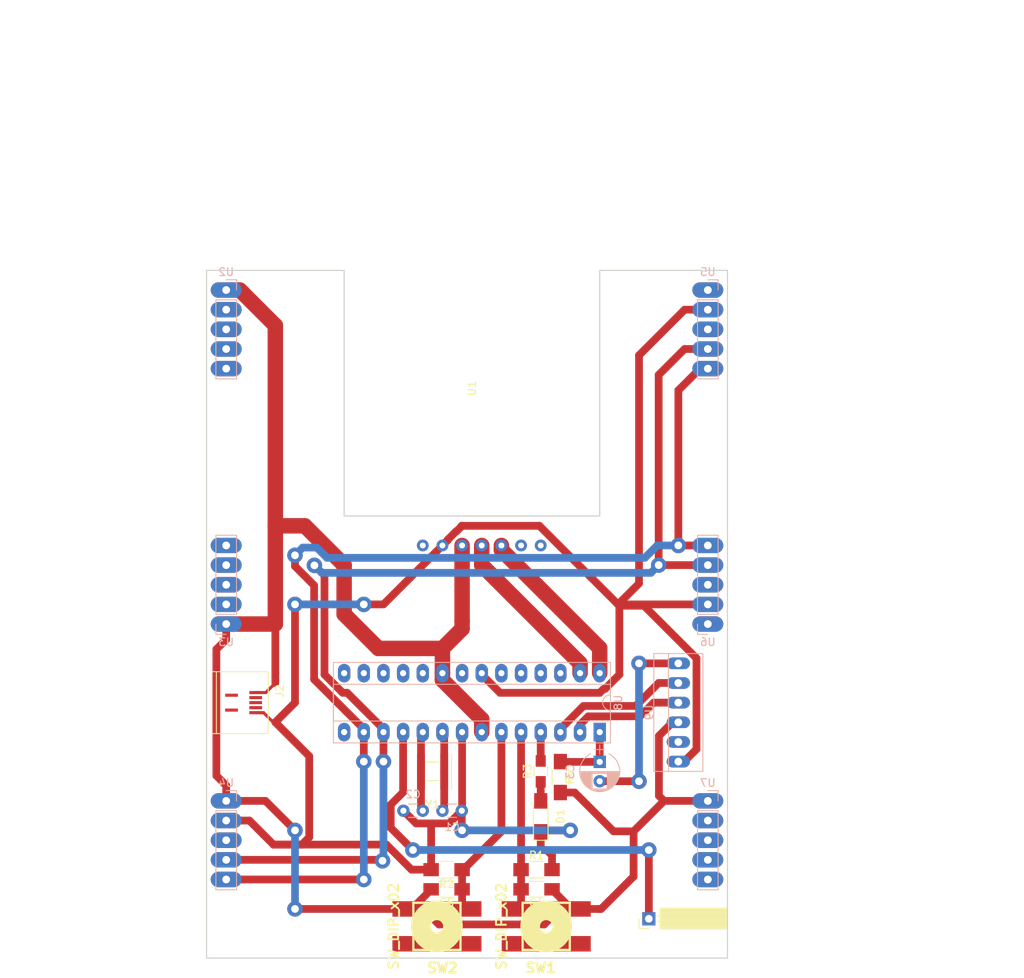
<source format=kicad_pcb>
(kicad_pcb (version 4) (host pcbnew 4.0.6)

  (general
    (links 52)
    (no_connects 1)
    (area 82.320001 12.54 218.67 138.83475)
    (thickness 1.6)
    (drawings 22)
    (tracks 229)
    (zones 0)
    (modules 24)
    (nets 19)
  )

  (page A4)
  (layers
    (0 F.Cu signal)
    (31 B.Cu signal)
    (32 B.Adhes user)
    (33 F.Adhes user)
    (34 B.Paste user hide)
    (35 F.Paste user hide)
    (36 B.SilkS user hide)
    (37 F.SilkS user)
    (38 B.Mask user)
    (39 F.Mask user hide)
    (40 Dwgs.User user)
    (41 Cmts.User user)
    (42 Eco1.User user)
    (43 Eco2.User user)
    (44 Edge.Cuts user)
    (45 Margin user)
    (46 B.CrtYd user)
    (47 F.CrtYd user)
    (48 B.Fab user)
    (49 F.Fab user)
  )

  (setup
    (last_trace_width 0.2)
    (user_trace_width 0.2)
    (user_trace_width 0.22)
    (user_trace_width 0.3)
    (user_trace_width 0.4)
    (user_trace_width 1)
    (user_trace_width 1.2)
    (user_trace_width 1.6)
    (user_trace_width 1.8)
    (trace_clearance 0.34)
    (zone_clearance 0.5)
    (zone_45_only no)
    (trace_min 0.2)
    (segment_width 0.2)
    (edge_width 0.15)
    (via_size 2)
    (via_drill 1)
    (via_min_size 0.4)
    (via_min_drill 0.3)
    (uvia_size 0.3)
    (uvia_drill 0.1)
    (uvias_allowed no)
    (uvia_min_size 0.2)
    (uvia_min_drill 0.1)
    (pcb_text_width 0.3)
    (pcb_text_size 1.5 1.5)
    (mod_edge_width 0.15)
    (mod_text_size 1 1)
    (mod_text_width 0.15)
    (pad_size 1.65 0.4)
    (pad_drill 0)
    (pad_to_mask_clearance 0.2)
    (aux_axis_origin 106.68 44.45)
    (visible_elements 7FFFFFFF)
    (pcbplotparams
      (layerselection 0x01800_00000001)
      (usegerberextensions false)
      (excludeedgelayer true)
      (linewidth 0.100000)
      (plotframeref false)
      (viasonmask false)
      (mode 1)
      (useauxorigin true)
      (hpglpennumber 1)
      (hpglpenspeed 20)
      (hpglpendiameter 15)
      (hpglpenoverlay 2)
      (psnegative false)
      (psa4output false)
      (plotreference true)
      (plotvalue true)
      (plotinvisibletext false)
      (padsonsilk false)
      (subtractmaskfromsilk false)
      (outputformat 1)
      (mirror false)
      (drillshape 0)
      (scaleselection 1)
      (outputdirectory gerber))
  )

  (net 0 "")
  (net 1 MAX_IN)
  (net 2 LATCH)
  (net 3 CLK)
  (net 4 SDA)
  (net 5 SCL)
  (net 6 VCC)
  (net 7 GND)
  (net 8 OSC1)
  (net 9 OSC2)
  (net 10 RESET)
  (net 11 "Net-(C3-Pad2)")
  (net 12 SW1)
  (net 13 SW2)
  (net 14 "Net-(D1-Pad2)")
  (net 15 "Net-(J2-Pad6)")
  (net 16 LED)
  (net 17 RX)
  (net 18 TX)

  (net_class Default "Dies ist die voreingestellte Netzklasse."
    (clearance 0.34)
    (trace_width 2)
    (via_dia 2)
    (via_drill 1)
    (uvia_dia 0.3)
    (uvia_drill 0.1)
    (add_net CLK)
    (add_net LATCH)
    (add_net LED)
    (add_net MAX_IN)
    (add_net "Net-(C3-Pad2)")
    (add_net "Net-(D1-Pad2)")
    (add_net "Net-(J2-Pad6)")
    (add_net OSC1)
    (add_net OSC2)
    (add_net RESET)
    (add_net RX)
    (add_net SCL)
    (add_net SDA)
    (add_net SW1)
    (add_net SW2)
    (add_net TX)
  )

  (net_class 0,4mm ""
    (clearance 0.2)
    (trace_width 0.4)
    (via_dia 2)
    (via_drill 1)
    (uvia_dia 0.3)
    (uvia_drill 0.1)
    (add_net GND)
    (add_net VCC)
  )

  (net_class 1mm ""
    (clearance 0.5)
    (trace_width 1)
    (via_dia 2)
    (via_drill 1)
    (uvia_dia 0.3)
    (uvia_drill 0.1)
  )

  (module Socket_Strips:Socket_Strip_Angled_1x01_Pitch2.54mm (layer F.Cu) (tedit 597DE67D) (tstamp 597C5703)
    (at 166.37 130.81 180)
    (descr "Through hole angled socket strip, 1x01, 2.54mm pitch, 8.51mm socket length, single row")
    (tags "Through hole angled socket strip THT 1x01 2.54mm single row")
    (path /597B8EB0)
    (fp_text reference J1 (at -4.38 -2.27 180) (layer F.SilkS) hide
      (effects (font (size 1 1) (thickness 0.15)))
    )
    (fp_text value CONN_01X01_MALE (at -4.38 2.27 180) (layer F.Fab)
      (effects (font (size 1 1) (thickness 0.15)))
    )
    (fp_line (start -1.52 -1.27) (end -1.52 1.27) (layer F.Fab) (width 0.1))
    (fp_line (start -1.52 1.27) (end -10.03 1.27) (layer F.Fab) (width 0.1))
    (fp_line (start -10.03 1.27) (end -10.03 -1.27) (layer F.Fab) (width 0.1))
    (fp_line (start -10.03 -1.27) (end -1.52 -1.27) (layer F.Fab) (width 0.1))
    (fp_line (start 0 -0.32) (end 0 0.32) (layer F.Fab) (width 0.1))
    (fp_line (start 0 0.32) (end -1.52 0.32) (layer F.Fab) (width 0.1))
    (fp_line (start -1.52 0.32) (end -1.52 -0.32) (layer F.Fab) (width 0.1))
    (fp_line (start -1.52 -0.32) (end 0 -0.32) (layer F.Fab) (width 0.1))
    (fp_line (start -1.46 -1.33) (end -1.46 1.33) (layer F.SilkS) (width 0.12))
    (fp_line (start -1.46 1.33) (end -10.09 1.33) (layer F.SilkS) (width 0.12))
    (fp_line (start -10.09 1.33) (end -10.09 -1.33) (layer F.SilkS) (width 0.12))
    (fp_line (start -10.09 -1.33) (end -1.46 -1.33) (layer F.SilkS) (width 0.12))
    (fp_line (start -1.46 -1.33) (end -1.46 1.27) (layer F.SilkS) (width 0.12))
    (fp_line (start -1.46 1.27) (end -10.09 1.27) (layer F.SilkS) (width 0.12))
    (fp_line (start -10.09 1.27) (end -10.09 -1.33) (layer F.SilkS) (width 0.12))
    (fp_line (start -10.09 -1.33) (end -1.46 -1.33) (layer F.SilkS) (width 0.12))
    (fp_line (start -1.03 -0.38) (end -1.46 -0.38) (layer F.SilkS) (width 0.12))
    (fp_line (start -1.03 0.38) (end -1.46 0.38) (layer F.SilkS) (width 0.12))
    (fp_line (start -1.46 -1.15) (end -10.09 -1.15) (layer F.SilkS) (width 0.12))
    (fp_line (start -1.46 -1.03) (end -10.09 -1.03) (layer F.SilkS) (width 0.12))
    (fp_line (start -1.46 -0.91) (end -10.09 -0.91) (layer F.SilkS) (width 0.12))
    (fp_line (start -1.46 -0.79) (end -10.09 -0.79) (layer F.SilkS) (width 0.12))
    (fp_line (start -1.46 -0.67) (end -10.09 -0.67) (layer F.SilkS) (width 0.12))
    (fp_line (start -1.46 -0.55) (end -10.09 -0.55) (layer F.SilkS) (width 0.12))
    (fp_line (start -1.46 -0.43) (end -10.09 -0.43) (layer F.SilkS) (width 0.12))
    (fp_line (start -1.46 -0.31) (end -10.09 -0.31) (layer F.SilkS) (width 0.12))
    (fp_line (start -1.46 -0.19) (end -10.09 -0.19) (layer F.SilkS) (width 0.12))
    (fp_line (start -1.46 -0.07) (end -10.09 -0.07) (layer F.SilkS) (width 0.12))
    (fp_line (start -1.46 0.05) (end -10.09 0.05) (layer F.SilkS) (width 0.12))
    (fp_line (start -1.46 0.17) (end -10.09 0.17) (layer F.SilkS) (width 0.12))
    (fp_line (start -1.46 0.29) (end -10.09 0.29) (layer F.SilkS) (width 0.12))
    (fp_line (start -1.46 0.41) (end -10.09 0.41) (layer F.SilkS) (width 0.12))
    (fp_line (start -1.46 0.53) (end -10.09 0.53) (layer F.SilkS) (width 0.12))
    (fp_line (start -1.46 0.65) (end -10.09 0.65) (layer F.SilkS) (width 0.12))
    (fp_line (start -1.46 0.77) (end -10.09 0.77) (layer F.SilkS) (width 0.12))
    (fp_line (start -1.46 0.89) (end -10.09 0.89) (layer F.SilkS) (width 0.12))
    (fp_line (start -1.46 1.01) (end -10.09 1.01) (layer F.SilkS) (width 0.12))
    (fp_line (start -1.46 1.13) (end -10.09 1.13) (layer F.SilkS) (width 0.12))
    (fp_line (start -1.46 1.25) (end -10.09 1.25) (layer F.SilkS) (width 0.12))
    (fp_line (start -1.46 1.37) (end -10.09 1.37) (layer F.SilkS) (width 0.12))
    (fp_line (start 0 -1.27) (end 1.27 -1.27) (layer F.SilkS) (width 0.12))
    (fp_line (start 1.27 -1.27) (end 1.27 0) (layer F.SilkS) (width 0.12))
    (fp_line (start 1.8 -1.8) (end 1.8 1.8) (layer F.CrtYd) (width 0.05))
    (fp_line (start 1.8 1.8) (end -10.55 1.8) (layer F.CrtYd) (width 0.05))
    (fp_line (start -10.55 1.8) (end -10.55 -1.8) (layer F.CrtYd) (width 0.05))
    (fp_line (start -10.55 -1.8) (end 1.8 -1.8) (layer F.CrtYd) (width 0.05))
    (fp_text user %R (at -4.38 -2.27 180) (layer F.Fab) hide
      (effects (font (size 1 1) (thickness 0.15)))
    )
    (pad 1 thru_hole rect (at 0 0 180) (size 1.7 1.7) (drill 1) (layers *.Cu *.Mask)
      (net 1 MAX_IN))
    (model ${KISYS3DMOD}/Socket_Strips.3dshapes/Socket_Strip_Angled_1x01_Pitch2.54mm.wrl
      (at (xyz 0 0 0))
      (scale (xyz 1 1 1))
      (rotate (xyz 0 0 270))
    )
  )

  (module Socket_Strips:Socket_Strip_Straight_1x05_Pitch2.54mm (layer B.Cu) (tedit 58CD5446) (tstamp 597C571C)
    (at 111.76 49.53 180)
    (descr "Through hole straight socket strip, 1x05, 2.54mm pitch, single row")
    (tags "Through hole socket strip THT 1x05 2.54mm single row")
    (path /596A2A6D)
    (fp_text reference U2 (at 0 2.33 180) (layer B.SilkS)
      (effects (font (size 1 1) (thickness 0.15)) (justify mirror))
    )
    (fp_text value MAX7219_IN (at 0 -12.49 180) (layer B.Fab)
      (effects (font (size 1 1) (thickness 0.15)) (justify mirror))
    )
    (fp_line (start -1.27 1.27) (end -1.27 -11.43) (layer B.Fab) (width 0.1))
    (fp_line (start -1.27 -11.43) (end 1.27 -11.43) (layer B.Fab) (width 0.1))
    (fp_line (start 1.27 -11.43) (end 1.27 1.27) (layer B.Fab) (width 0.1))
    (fp_line (start 1.27 1.27) (end -1.27 1.27) (layer B.Fab) (width 0.1))
    (fp_line (start -1.33 -1.27) (end -1.33 -11.49) (layer B.SilkS) (width 0.12))
    (fp_line (start -1.33 -11.49) (end 1.33 -11.49) (layer B.SilkS) (width 0.12))
    (fp_line (start 1.33 -11.49) (end 1.33 -1.27) (layer B.SilkS) (width 0.12))
    (fp_line (start 1.33 -1.27) (end -1.33 -1.27) (layer B.SilkS) (width 0.12))
    (fp_line (start -1.33 0) (end -1.33 1.33) (layer B.SilkS) (width 0.12))
    (fp_line (start -1.33 1.33) (end 0 1.33) (layer B.SilkS) (width 0.12))
    (fp_line (start -1.8 1.8) (end -1.8 -11.95) (layer B.CrtYd) (width 0.05))
    (fp_line (start -1.8 -11.95) (end 1.8 -11.95) (layer B.CrtYd) (width 0.05))
    (fp_line (start 1.8 -11.95) (end 1.8 1.8) (layer B.CrtYd) (width 0.05))
    (fp_line (start 1.8 1.8) (end -1.8 1.8) (layer B.CrtYd) (width 0.05))
    (fp_text user %R (at 0 2.33 180) (layer B.Fab)
      (effects (font (size 1 1) (thickness 0.15)) (justify mirror))
    )
    (pad 1 thru_hole oval (at 0 0 180) (size 4 2) (drill 1) (layers *.Cu *.Mask)
      (net 6 VCC))
    (pad 2 thru_hole oval (at 0 -2.54 180) (size 4 2) (drill 1) (layers *.Cu *.Mask))
    (pad 3 thru_hole oval (at 0 -5.08 180) (size 4 2) (drill 1) (layers *.Cu *.Mask))
    (pad 4 thru_hole oval (at 0 -7.62 180) (size 4 2) (drill 1) (layers *.Cu *.Mask))
    (pad 5 thru_hole oval (at 0 -10.16 180) (size 4 2) (drill 1) (layers *.Cu *.Mask))
    (model ${KISYS3DMOD}/Socket_Strips.3dshapes/Socket_Strip_Straight_1x05_Pitch2.54mm.wrl
      (at (xyz 0 -0.2 0))
      (scale (xyz 1 1 1))
      (rotate (xyz 0 0 270))
    )
  )

  (module Socket_Strips:Socket_Strip_Straight_1x05_Pitch2.54mm (layer B.Cu) (tedit 58CD5446) (tstamp 597C5725)
    (at 111.76 92.71)
    (descr "Through hole straight socket strip, 1x05, 2.54mm pitch, single row")
    (tags "Through hole socket strip THT 1x05 2.54mm single row")
    (path /597B8DED)
    (fp_text reference U3 (at 0 2.33) (layer B.SilkS)
      (effects (font (size 1 1) (thickness 0.15)) (justify mirror))
    )
    (fp_text value MAX7219_IN (at 0 -12.49) (layer B.Fab)
      (effects (font (size 1 1) (thickness 0.15)) (justify mirror))
    )
    (fp_line (start -1.27 1.27) (end -1.27 -11.43) (layer B.Fab) (width 0.1))
    (fp_line (start -1.27 -11.43) (end 1.27 -11.43) (layer B.Fab) (width 0.1))
    (fp_line (start 1.27 -11.43) (end 1.27 1.27) (layer B.Fab) (width 0.1))
    (fp_line (start 1.27 1.27) (end -1.27 1.27) (layer B.Fab) (width 0.1))
    (fp_line (start -1.33 -1.27) (end -1.33 -11.49) (layer B.SilkS) (width 0.12))
    (fp_line (start -1.33 -11.49) (end 1.33 -11.49) (layer B.SilkS) (width 0.12))
    (fp_line (start 1.33 -11.49) (end 1.33 -1.27) (layer B.SilkS) (width 0.12))
    (fp_line (start 1.33 -1.27) (end -1.33 -1.27) (layer B.SilkS) (width 0.12))
    (fp_line (start -1.33 0) (end -1.33 1.33) (layer B.SilkS) (width 0.12))
    (fp_line (start -1.33 1.33) (end 0 1.33) (layer B.SilkS) (width 0.12))
    (fp_line (start -1.8 1.8) (end -1.8 -11.95) (layer B.CrtYd) (width 0.05))
    (fp_line (start -1.8 -11.95) (end 1.8 -11.95) (layer B.CrtYd) (width 0.05))
    (fp_line (start 1.8 -11.95) (end 1.8 1.8) (layer B.CrtYd) (width 0.05))
    (fp_line (start 1.8 1.8) (end -1.8 1.8) (layer B.CrtYd) (width 0.05))
    (fp_text user %R (at 0 2.33) (layer B.Fab)
      (effects (font (size 1 1) (thickness 0.15)) (justify mirror))
    )
    (pad 1 thru_hole oval (at 0 0) (size 4 2) (drill 1) (layers *.Cu *.Mask)
      (net 6 VCC))
    (pad 2 thru_hole oval (at 0 -2.54) (size 4 2) (drill 1) (layers *.Cu *.Mask))
    (pad 3 thru_hole oval (at 0 -5.08) (size 4 2) (drill 1) (layers *.Cu *.Mask))
    (pad 4 thru_hole oval (at 0 -7.62) (size 4 2) (drill 1) (layers *.Cu *.Mask))
    (pad 5 thru_hole oval (at 0 -10.16) (size 4 2) (drill 1) (layers *.Cu *.Mask))
    (model ${KISYS3DMOD}/Socket_Strips.3dshapes/Socket_Strip_Straight_1x05_Pitch2.54mm.wrl
      (at (xyz 0 -0.2 0))
      (scale (xyz 1 1 1))
      (rotate (xyz 0 0 270))
    )
  )

  (module Socket_Strips:Socket_Strip_Straight_1x05_Pitch2.54mm (layer B.Cu) (tedit 58CD5446) (tstamp 597C572E)
    (at 111.76 115.57 180)
    (descr "Through hole straight socket strip, 1x05, 2.54mm pitch, single row")
    (tags "Through hole socket strip THT 1x05 2.54mm single row")
    (path /597B8E78)
    (fp_text reference U4 (at 0 2.33 180) (layer B.SilkS)
      (effects (font (size 1 1) (thickness 0.15)) (justify mirror))
    )
    (fp_text value MAX7219_IN (at 0 -12.49 180) (layer B.Fab)
      (effects (font (size 1 1) (thickness 0.15)) (justify mirror))
    )
    (fp_line (start -1.27 1.27) (end -1.27 -11.43) (layer B.Fab) (width 0.1))
    (fp_line (start -1.27 -11.43) (end 1.27 -11.43) (layer B.Fab) (width 0.1))
    (fp_line (start 1.27 -11.43) (end 1.27 1.27) (layer B.Fab) (width 0.1))
    (fp_line (start 1.27 1.27) (end -1.27 1.27) (layer B.Fab) (width 0.1))
    (fp_line (start -1.33 -1.27) (end -1.33 -11.49) (layer B.SilkS) (width 0.12))
    (fp_line (start -1.33 -11.49) (end 1.33 -11.49) (layer B.SilkS) (width 0.12))
    (fp_line (start 1.33 -11.49) (end 1.33 -1.27) (layer B.SilkS) (width 0.12))
    (fp_line (start 1.33 -1.27) (end -1.33 -1.27) (layer B.SilkS) (width 0.12))
    (fp_line (start -1.33 0) (end -1.33 1.33) (layer B.SilkS) (width 0.12))
    (fp_line (start -1.33 1.33) (end 0 1.33) (layer B.SilkS) (width 0.12))
    (fp_line (start -1.8 1.8) (end -1.8 -11.95) (layer B.CrtYd) (width 0.05))
    (fp_line (start -1.8 -11.95) (end 1.8 -11.95) (layer B.CrtYd) (width 0.05))
    (fp_line (start 1.8 -11.95) (end 1.8 1.8) (layer B.CrtYd) (width 0.05))
    (fp_line (start 1.8 1.8) (end -1.8 1.8) (layer B.CrtYd) (width 0.05))
    (fp_text user %R (at 0 2.33 180) (layer B.Fab)
      (effects (font (size 1 1) (thickness 0.15)) (justify mirror))
    )
    (pad 1 thru_hole oval (at 0 0 180) (size 4 2) (drill 1) (layers *.Cu *.Mask)
      (net 6 VCC))
    (pad 2 thru_hole oval (at 0 -2.54 180) (size 4 2) (drill 1) (layers *.Cu *.Mask)
      (net 7 GND))
    (pad 3 thru_hole oval (at 0 -5.08 180) (size 4 2) (drill 1) (layers *.Cu *.Mask))
    (pad 4 thru_hole oval (at 0 -7.62 180) (size 4 2) (drill 1) (layers *.Cu *.Mask)
      (net 2 LATCH))
    (pad 5 thru_hole oval (at 0 -10.16 180) (size 4 2) (drill 1) (layers *.Cu *.Mask)
      (net 3 CLK))
    (model ${KISYS3DMOD}/Socket_Strips.3dshapes/Socket_Strip_Straight_1x05_Pitch2.54mm.wrl
      (at (xyz 0 -0.2 0))
      (scale (xyz 1 1 1))
      (rotate (xyz 0 0 270))
    )
  )

  (module Socket_Strips:Socket_Strip_Straight_1x05_Pitch2.54mm (layer B.Cu) (tedit 597C7995) (tstamp 597C5737)
    (at 173.99 49.53 180)
    (descr "Through hole straight socket strip, 1x05, 2.54mm pitch, single row")
    (tags "Through hole socket strip THT 1x05 2.54mm single row")
    (path /597B8E8D)
    (fp_text reference U5 (at 0 2.33 180) (layer B.SilkS)
      (effects (font (size 1 1) (thickness 0.15)) (justify mirror))
    )
    (fp_text value MAX7219_IN (at 0 -12.49 180) (layer B.Fab)
      (effects (font (size 1 1) (thickness 0.15)) (justify mirror))
    )
    (fp_line (start -1.27 1.27) (end -1.27 -11.43) (layer B.Fab) (width 0.1))
    (fp_line (start -1.27 -11.43) (end 1.27 -11.43) (layer B.Fab) (width 0.1))
    (fp_line (start 1.27 -11.43) (end 1.27 1.27) (layer B.Fab) (width 0.1))
    (fp_line (start 1.27 1.27) (end -1.27 1.27) (layer B.Fab) (width 0.1))
    (fp_line (start -1.33 -1.27) (end -1.33 -11.49) (layer B.SilkS) (width 0.12))
    (fp_line (start -1.33 -11.49) (end 1.33 -11.49) (layer B.SilkS) (width 0.12))
    (fp_line (start 1.33 -11.49) (end 1.33 -1.27) (layer B.SilkS) (width 0.12))
    (fp_line (start 1.33 -1.27) (end -1.33 -1.27) (layer B.SilkS) (width 0.12))
    (fp_line (start -1.33 0) (end -1.33 1.33) (layer B.SilkS) (width 0.12))
    (fp_line (start -1.33 1.33) (end 0 1.33) (layer B.SilkS) (width 0.12))
    (fp_line (start -1.8 1.8) (end -1.8 -11.95) (layer B.CrtYd) (width 0.05))
    (fp_line (start -1.8 -11.95) (end 1.8 -11.95) (layer B.CrtYd) (width 0.05))
    (fp_line (start 1.8 -11.95) (end 1.8 1.8) (layer B.CrtYd) (width 0.05))
    (fp_line (start 1.8 1.8) (end -1.8 1.8) (layer B.CrtYd) (width 0.05))
    (fp_text user %R (at 0 2.33 180) (layer B.Fab)
      (effects (font (size 1 1) (thickness 0.15)) (justify mirror))
    )
    (pad 1 thru_hole oval (at 0 0 180) (size 4 2) (drill 1) (layers *.Cu *.Mask))
    (pad 2 thru_hole oval (at 0 -2.54 180) (size 4 2) (drill 1) (layers *.Cu *.Mask)
      (net 7 GND))
    (pad 3 thru_hole oval (at 0 -5.08 180) (size 4 2) (drill 1) (layers *.Cu *.Mask))
    (pad 4 thru_hole oval (at 0 -7.62 180) (size 4 2) (drill 1) (layers *.Cu *.Mask)
      (net 2 LATCH))
    (pad 5 thru_hole oval (at 0 -10.16 180) (size 4 2) (drill 1) (layers *.Cu *.Mask)
      (net 3 CLK))
    (model ${KISYS3DMOD}/Socket_Strips.3dshapes/Socket_Strip_Straight_1x05_Pitch2.54mm.wrl
      (at (xyz 0 -0.2 0))
      (scale (xyz 1 1 1))
      (rotate (xyz 0 0 270))
    )
  )

  (module Socket_Strips:Socket_Strip_Straight_1x05_Pitch2.54mm (layer B.Cu) (tedit 58CD5446) (tstamp 597C607C)
    (at 173.99 92.71)
    (descr "Through hole straight socket strip, 1x05, 2.54mm pitch, single row")
    (tags "Through hole socket strip THT 1x05 2.54mm single row")
    (path /597C60B3)
    (fp_text reference U6 (at 0 2.33) (layer B.SilkS)
      (effects (font (size 1 1) (thickness 0.15)) (justify mirror))
    )
    (fp_text value MAX7219_IN (at 0 -12.49) (layer B.Fab)
      (effects (font (size 1 1) (thickness 0.15)) (justify mirror))
    )
    (fp_line (start -1.27 1.27) (end -1.27 -11.43) (layer B.Fab) (width 0.1))
    (fp_line (start -1.27 -11.43) (end 1.27 -11.43) (layer B.Fab) (width 0.1))
    (fp_line (start 1.27 -11.43) (end 1.27 1.27) (layer B.Fab) (width 0.1))
    (fp_line (start 1.27 1.27) (end -1.27 1.27) (layer B.Fab) (width 0.1))
    (fp_line (start -1.33 -1.27) (end -1.33 -11.49) (layer B.SilkS) (width 0.12))
    (fp_line (start -1.33 -11.49) (end 1.33 -11.49) (layer B.SilkS) (width 0.12))
    (fp_line (start 1.33 -11.49) (end 1.33 -1.27) (layer B.SilkS) (width 0.12))
    (fp_line (start 1.33 -1.27) (end -1.33 -1.27) (layer B.SilkS) (width 0.12))
    (fp_line (start -1.33 0) (end -1.33 1.33) (layer B.SilkS) (width 0.12))
    (fp_line (start -1.33 1.33) (end 0 1.33) (layer B.SilkS) (width 0.12))
    (fp_line (start -1.8 1.8) (end -1.8 -11.95) (layer B.CrtYd) (width 0.05))
    (fp_line (start -1.8 -11.95) (end 1.8 -11.95) (layer B.CrtYd) (width 0.05))
    (fp_line (start 1.8 -11.95) (end 1.8 1.8) (layer B.CrtYd) (width 0.05))
    (fp_line (start 1.8 1.8) (end -1.8 1.8) (layer B.CrtYd) (width 0.05))
    (fp_text user %R (at 0 2.33) (layer B.Fab)
      (effects (font (size 1 1) (thickness 0.15)) (justify mirror))
    )
    (pad 1 thru_hole oval (at 0 0) (size 4 2) (drill 1) (layers *.Cu *.Mask))
    (pad 2 thru_hole oval (at 0 -2.54) (size 4 2) (drill 1) (layers *.Cu *.Mask)
      (net 7 GND))
    (pad 3 thru_hole oval (at 0 -5.08) (size 4 2) (drill 1) (layers *.Cu *.Mask))
    (pad 4 thru_hole oval (at 0 -7.62) (size 4 2) (drill 1) (layers *.Cu *.Mask)
      (net 2 LATCH))
    (pad 5 thru_hole oval (at 0 -10.16) (size 4 2) (drill 1) (layers *.Cu *.Mask)
      (net 3 CLK))
    (model ${KISYS3DMOD}/Socket_Strips.3dshapes/Socket_Strip_Straight_1x05_Pitch2.54mm.wrl
      (at (xyz 0 -0.2 0))
      (scale (xyz 1 1 1))
      (rotate (xyz 0 0 270))
    )
  )

  (module Socket_Strips:Socket_Strip_Straight_1x05_Pitch2.54mm (layer B.Cu) (tedit 58CD5446) (tstamp 597C6085)
    (at 173.99 115.57 180)
    (descr "Through hole straight socket strip, 1x05, 2.54mm pitch, single row")
    (tags "Through hole socket strip THT 1x05 2.54mm single row")
    (path /597C60C8)
    (fp_text reference U7 (at 0 2.33 180) (layer B.SilkS)
      (effects (font (size 1 1) (thickness 0.15)) (justify mirror))
    )
    (fp_text value MAX7219_IN (at 0 -12.49 180) (layer B.Fab)
      (effects (font (size 1 1) (thickness 0.15)) (justify mirror))
    )
    (fp_line (start -1.27 1.27) (end -1.27 -11.43) (layer B.Fab) (width 0.1))
    (fp_line (start -1.27 -11.43) (end 1.27 -11.43) (layer B.Fab) (width 0.1))
    (fp_line (start 1.27 -11.43) (end 1.27 1.27) (layer B.Fab) (width 0.1))
    (fp_line (start 1.27 1.27) (end -1.27 1.27) (layer B.Fab) (width 0.1))
    (fp_line (start -1.33 -1.27) (end -1.33 -11.49) (layer B.SilkS) (width 0.12))
    (fp_line (start -1.33 -11.49) (end 1.33 -11.49) (layer B.SilkS) (width 0.12))
    (fp_line (start 1.33 -11.49) (end 1.33 -1.27) (layer B.SilkS) (width 0.12))
    (fp_line (start 1.33 -1.27) (end -1.33 -1.27) (layer B.SilkS) (width 0.12))
    (fp_line (start -1.33 0) (end -1.33 1.33) (layer B.SilkS) (width 0.12))
    (fp_line (start -1.33 1.33) (end 0 1.33) (layer B.SilkS) (width 0.12))
    (fp_line (start -1.8 1.8) (end -1.8 -11.95) (layer B.CrtYd) (width 0.05))
    (fp_line (start -1.8 -11.95) (end 1.8 -11.95) (layer B.CrtYd) (width 0.05))
    (fp_line (start 1.8 -11.95) (end 1.8 1.8) (layer B.CrtYd) (width 0.05))
    (fp_line (start 1.8 1.8) (end -1.8 1.8) (layer B.CrtYd) (width 0.05))
    (fp_text user %R (at 0 2.33 180) (layer B.Fab)
      (effects (font (size 1 1) (thickness 0.15)) (justify mirror))
    )
    (pad 1 thru_hole oval (at 0 0 180) (size 4 2) (drill 1) (layers *.Cu *.Mask)
      (net 6 VCC))
    (pad 2 thru_hole oval (at 0 -2.54 180) (size 4 2) (drill 1) (layers *.Cu *.Mask))
    (pad 3 thru_hole oval (at 0 -5.08 180) (size 4 2) (drill 1) (layers *.Cu *.Mask))
    (pad 4 thru_hole oval (at 0 -7.62 180) (size 4 2) (drill 1) (layers *.Cu *.Mask))
    (pad 5 thru_hole oval (at 0 -10.16 180) (size 4 2) (drill 1) (layers *.Cu *.Mask))
    (model ${KISYS3DMOD}/Socket_Strips.3dshapes/Socket_Strip_Straight_1x05_Pitch2.54mm.wrl
      (at (xyz 0 -0.2 0))
      (scale (xyz 1 1 1))
      (rotate (xyz 0 0 270))
    )
  )

  (module Capacitors_THT:C_Disc_D3.0mm_W1.6mm_P2.50mm (layer B.Cu) (tedit 597BC7C2) (tstamp 598F1986)
    (at 139.7 116.84)
    (descr "C, Disc series, Radial, pin pitch=2.50mm, , diameter*width=3.0*1.6mm^2, Capacitor, http://www.vishay.com/docs/45233/krseries.pdf")
    (tags "C Disc series Radial pin pitch 2.50mm  diameter 3.0mm width 1.6mm Capacitor")
    (path /598E090A)
    (fp_text reference C1 (at 1.25 2.11) (layer B.SilkS)
      (effects (font (size 1 1) (thickness 0.15)) (justify mirror))
    )
    (fp_text value 22pF (at 1.25 -2.11) (layer B.Fab)
      (effects (font (size 1 1) (thickness 0.15)) (justify mirror))
    )
    (fp_line (start -0.25 0.8) (end -0.25 -0.8) (layer B.Fab) (width 0.1))
    (fp_line (start -0.25 -0.8) (end 2.75 -0.8) (layer B.Fab) (width 0.1))
    (fp_line (start 2.75 -0.8) (end 2.75 0.8) (layer B.Fab) (width 0.1))
    (fp_line (start 2.75 0.8) (end -0.25 0.8) (layer B.Fab) (width 0.1))
    (fp_line (start 0.663 0.861) (end 1.837 0.861) (layer B.SilkS) (width 0.12))
    (fp_line (start 0.663 -0.861) (end 1.837 -0.861) (layer B.SilkS) (width 0.12))
    (fp_line (start -1.05 1.15) (end -1.05 -1.15) (layer B.CrtYd) (width 0.05))
    (fp_line (start -1.05 -1.15) (end 3.55 -1.15) (layer B.CrtYd) (width 0.05))
    (fp_line (start 3.55 -1.15) (end 3.55 1.15) (layer B.CrtYd) (width 0.05))
    (fp_line (start 3.55 1.15) (end -1.05 1.15) (layer B.CrtYd) (width 0.05))
    (fp_text user %R (at 1.25 0) (layer B.Fab)
      (effects (font (size 1 1) (thickness 0.15)) (justify mirror))
    )
    (pad 1 thru_hole circle (at 0 0) (size 1.6 1.6) (drill 0.8) (layers *.Cu *.Mask)
      (net 8 OSC1))
    (pad 2 thru_hole circle (at 2.5 0) (size 1.6 1.6) (drill 0.8) (layers *.Cu *.Mask)
      (net 7 GND))
    (model ${KISYS3DMOD}/Capacitors_THT.3dshapes/C_Disc_D3.0mm_W1.6mm_P2.50mm.wrl
      (at (xyz 0 0 0))
      (scale (xyz 0.4 0.4 0.4))
      (rotate (xyz 0 0 0))
    )
  )

  (module Capacitors_THT:C_Disc_D3.0mm_W1.6mm_P2.50mm (layer B.Cu) (tedit 597BC7C2) (tstamp 598F198C)
    (at 137.16 116.84 180)
    (descr "C, Disc series, Radial, pin pitch=2.50mm, , diameter*width=3.0*1.6mm^2, Capacitor, http://www.vishay.com/docs/45233/krseries.pdf")
    (tags "C Disc series Radial pin pitch 2.50mm  diameter 3.0mm width 1.6mm Capacitor")
    (path /598E0A25)
    (fp_text reference C2 (at 1.25 2.11 180) (layer B.SilkS)
      (effects (font (size 1 1) (thickness 0.15)) (justify mirror))
    )
    (fp_text value 22pF (at 1.25 -2.11 180) (layer B.Fab)
      (effects (font (size 1 1) (thickness 0.15)) (justify mirror))
    )
    (fp_line (start -0.25 0.8) (end -0.25 -0.8) (layer B.Fab) (width 0.1))
    (fp_line (start -0.25 -0.8) (end 2.75 -0.8) (layer B.Fab) (width 0.1))
    (fp_line (start 2.75 -0.8) (end 2.75 0.8) (layer B.Fab) (width 0.1))
    (fp_line (start 2.75 0.8) (end -0.25 0.8) (layer B.Fab) (width 0.1))
    (fp_line (start 0.663 0.861) (end 1.837 0.861) (layer B.SilkS) (width 0.12))
    (fp_line (start 0.663 -0.861) (end 1.837 -0.861) (layer B.SilkS) (width 0.12))
    (fp_line (start -1.05 1.15) (end -1.05 -1.15) (layer B.CrtYd) (width 0.05))
    (fp_line (start -1.05 -1.15) (end 3.55 -1.15) (layer B.CrtYd) (width 0.05))
    (fp_line (start 3.55 -1.15) (end 3.55 1.15) (layer B.CrtYd) (width 0.05))
    (fp_line (start 3.55 1.15) (end -1.05 1.15) (layer B.CrtYd) (width 0.05))
    (fp_text user %R (at 1.25 0 180) (layer B.Fab)
      (effects (font (size 1 1) (thickness 0.15)) (justify mirror))
    )
    (pad 1 thru_hole circle (at 0 0 180) (size 1.6 1.6) (drill 0.8) (layers *.Cu *.Mask)
      (net 9 OSC2))
    (pad 2 thru_hole circle (at 2.5 0 180) (size 1.6 1.6) (drill 0.8) (layers *.Cu *.Mask)
      (net 7 GND))
    (model ${KISYS3DMOD}/Capacitors_THT.3dshapes/C_Disc_D3.0mm_W1.6mm_P2.50mm.wrl
      (at (xyz 0 0 0))
      (scale (xyz 0.4 0.4 0.4))
      (rotate (xyz 0 0 0))
    )
  )

  (module Capacitors_SMD:C_1206_HandSoldering (layer F.Cu) (tedit 58AA84D1) (tstamp 598F1998)
    (at 151.86 127 180)
    (descr "Capacitor SMD 1206, hand soldering")
    (tags "capacitor 1206")
    (path /598F6208)
    (attr smd)
    (fp_text reference C4 (at 0 -1.75 180) (layer F.SilkS)
      (effects (font (size 1 1) (thickness 0.15)))
    )
    (fp_text value 100nF (at 0 2 180) (layer F.Fab)
      (effects (font (size 1 1) (thickness 0.15)))
    )
    (fp_text user %R (at 0 -1.75 180) (layer F.Fab)
      (effects (font (size 1 1) (thickness 0.15)))
    )
    (fp_line (start -1.6 0.8) (end -1.6 -0.8) (layer F.Fab) (width 0.1))
    (fp_line (start 1.6 0.8) (end -1.6 0.8) (layer F.Fab) (width 0.1))
    (fp_line (start 1.6 -0.8) (end 1.6 0.8) (layer F.Fab) (width 0.1))
    (fp_line (start -1.6 -0.8) (end 1.6 -0.8) (layer F.Fab) (width 0.1))
    (fp_line (start 1 -1.02) (end -1 -1.02) (layer F.SilkS) (width 0.12))
    (fp_line (start -1 1.02) (end 1 1.02) (layer F.SilkS) (width 0.12))
    (fp_line (start -3.25 -1.05) (end 3.25 -1.05) (layer F.CrtYd) (width 0.05))
    (fp_line (start -3.25 -1.05) (end -3.25 1.05) (layer F.CrtYd) (width 0.05))
    (fp_line (start 3.25 1.05) (end 3.25 -1.05) (layer F.CrtYd) (width 0.05))
    (fp_line (start 3.25 1.05) (end -3.25 1.05) (layer F.CrtYd) (width 0.05))
    (pad 1 smd rect (at -2 0 180) (size 2 1.6) (layers F.Cu F.Paste F.Mask)
      (net 6 VCC))
    (pad 2 smd rect (at 2 0 180) (size 2 1.6) (layers F.Cu F.Paste F.Mask)
      (net 12 SW1))
    (model Capacitors_SMD.3dshapes/C_1206.wrl
      (at (xyz 0 0 0))
      (scale (xyz 1 1 1))
      (rotate (xyz 0 0 0))
    )
  )

  (module Capacitors_SMD:C_1206_HandSoldering (layer F.Cu) (tedit 58AA84D1) (tstamp 598F199E)
    (at 140.24 127 180)
    (descr "Capacitor SMD 1206, hand soldering")
    (tags "capacitor 1206")
    (path /598F6A52)
    (attr smd)
    (fp_text reference C5 (at 0 -1.75 180) (layer F.SilkS)
      (effects (font (size 1 1) (thickness 0.15)))
    )
    (fp_text value 100nF (at 0 2 180) (layer F.Fab)
      (effects (font (size 1 1) (thickness 0.15)))
    )
    (fp_text user %R (at 0 -1.75 180) (layer F.Fab)
      (effects (font (size 1 1) (thickness 0.15)))
    )
    (fp_line (start -1.6 0.8) (end -1.6 -0.8) (layer F.Fab) (width 0.1))
    (fp_line (start 1.6 0.8) (end -1.6 0.8) (layer F.Fab) (width 0.1))
    (fp_line (start 1.6 -0.8) (end 1.6 0.8) (layer F.Fab) (width 0.1))
    (fp_line (start -1.6 -0.8) (end 1.6 -0.8) (layer F.Fab) (width 0.1))
    (fp_line (start 1 -1.02) (end -1 -1.02) (layer F.SilkS) (width 0.12))
    (fp_line (start -1 1.02) (end 1 1.02) (layer F.SilkS) (width 0.12))
    (fp_line (start -3.25 -1.05) (end 3.25 -1.05) (layer F.CrtYd) (width 0.05))
    (fp_line (start -3.25 -1.05) (end -3.25 1.05) (layer F.CrtYd) (width 0.05))
    (fp_line (start 3.25 1.05) (end 3.25 -1.05) (layer F.CrtYd) (width 0.05))
    (fp_line (start 3.25 1.05) (end -3.25 1.05) (layer F.CrtYd) (width 0.05))
    (pad 1 smd rect (at -2 0 180) (size 2 1.6) (layers F.Cu F.Paste F.Mask)
      (net 13 SW2))
    (pad 2 smd rect (at 2 0 180) (size 2 1.6) (layers F.Cu F.Paste F.Mask)
      (net 6 VCC))
    (model Capacitors_SMD.3dshapes/C_1206.wrl
      (at (xyz 0 0 0))
      (scale (xyz 1 1 1))
      (rotate (xyz 0 0 0))
    )
  )

  (module LEDs:LED_1206_HandSoldering (layer F.Cu) (tedit 595FC724) (tstamp 598F19A4)
    (at 152.4 117.57 90)
    (descr "LED SMD 1206, hand soldering")
    (tags "LED 1206")
    (path /598F0345)
    (attr smd)
    (fp_text reference D1 (at 0 2.54 90) (layer F.SilkS)
      (effects (font (size 1 1) (thickness 0.15)))
    )
    (fp_text value LED (at 0 1.9 90) (layer F.Fab)
      (effects (font (size 1 1) (thickness 0.15)))
    )
    (fp_line (start -3.1 -0.95) (end -3.1 0.95) (layer F.SilkS) (width 0.12))
    (fp_line (start -0.4 0) (end 0.2 -0.4) (layer F.Fab) (width 0.1))
    (fp_line (start 0.2 -0.4) (end 0.2 0.4) (layer F.Fab) (width 0.1))
    (fp_line (start 0.2 0.4) (end -0.4 0) (layer F.Fab) (width 0.1))
    (fp_line (start -0.45 -0.4) (end -0.45 0.4) (layer F.Fab) (width 0.1))
    (fp_line (start -1.6 0.8) (end -1.6 -0.8) (layer F.Fab) (width 0.1))
    (fp_line (start 1.6 0.8) (end -1.6 0.8) (layer F.Fab) (width 0.1))
    (fp_line (start 1.6 -0.8) (end 1.6 0.8) (layer F.Fab) (width 0.1))
    (fp_line (start -1.6 -0.8) (end 1.6 -0.8) (layer F.Fab) (width 0.1))
    (fp_line (start -3.1 0.95) (end 1.6 0.95) (layer F.SilkS) (width 0.12))
    (fp_line (start -3.1 -0.95) (end 1.6 -0.95) (layer F.SilkS) (width 0.12))
    (fp_line (start -3.25 -1.11) (end 3.25 -1.11) (layer F.CrtYd) (width 0.05))
    (fp_line (start -3.25 -1.11) (end -3.25 1.1) (layer F.CrtYd) (width 0.05))
    (fp_line (start 3.25 1.1) (end 3.25 -1.11) (layer F.CrtYd) (width 0.05))
    (fp_line (start 3.25 1.1) (end -3.25 1.1) (layer F.CrtYd) (width 0.05))
    (pad 1 smd rect (at -2 0 90) (size 2 1.7) (layers F.Cu F.Paste F.Mask)
      (net 7 GND))
    (pad 2 smd rect (at 2 0 90) (size 2 1.7) (layers F.Cu F.Paste F.Mask)
      (net 14 "Net-(D1-Pad2)"))
    (model ${KISYS3DMOD}/LEDs.3dshapes/LED_1206.wrl
      (at (xyz 0 0 0))
      (scale (xyz 1 1 1))
      (rotate (xyz 0 0 180))
    )
  )

  (module Connectors:USB_Micro-B_10103594-0001LF (layer F.Cu) (tedit 5990BBB3) (tstamp 598F19B3)
    (at 114.07 102.87 270)
    (descr "Micro USB Type B 10103594-0001LF")
    (tags "USB USB_B USB_micro USB_OTG")
    (path /598EE15E)
    (clearance 0.1)
    (attr smd)
    (fp_text reference J2 (at -1.5 -4.62 270) (layer F.SilkS)
      (effects (font (size 1 1) (thickness 0.15)))
    )
    (fp_text value MY_USB_OTG (at 0 6.17 270) (layer F.Fab)
      (effects (font (size 1 1) (thickness 0.15)))
    )
    (fp_line (start -4.25 -3.4) (end 4.25 -3.4) (layer F.CrtYd) (width 0.05))
    (fp_line (start 4.25 -3.4) (end 4.25 4.45) (layer F.CrtYd) (width 0.05))
    (fp_line (start 4.25 4.45) (end -4.25 4.45) (layer F.CrtYd) (width 0.05))
    (fp_line (start -4.25 4.45) (end -4.25 -3.4) (layer F.CrtYd) (width 0.05))
    (fp_line (start -4 4.2) (end 4 4.2) (layer F.SilkS) (width 0.12))
    (fp_line (start -4 -3.12) (end 4 -3.12) (layer F.SilkS) (width 0.12))
    (fp_line (start 4 -3.12) (end 4 4.2) (layer F.SilkS) (width 0.12))
    (fp_line (start 4 3.58) (end -4 3.58) (layer F.SilkS) (width 0.12))
    (fp_line (start -4 4.2) (end -4 -3.12) (layer F.SilkS) (width 0.12))
    (pad 1 smd rect (at -1.3 -1.5) (size 1.65 0.4) (layers F.Cu F.Paste F.Mask)
      (net 6 VCC) (solder_mask_margin 0.01) (solder_paste_margin 0.01) (clearance 0.01))
    (pad 2 smd rect (at -0.65 -1.5) (size 1.65 0.4) (layers F.Cu)
      (solder_mask_margin 0.01) (solder_paste_margin 0.01) (clearance 0.01))
    (pad 3 smd rect (at 0 -1.5) (size 1.65 0.4) (layers F.Cu F.Paste F.Mask)
      (solder_mask_margin 0.01) (solder_paste_margin 0.01) (clearance 0.01))
    (pad 4 smd rect (at 0.65 -1.5) (size 1.65 0.4) (layers F.Cu F.Paste F.Mask)
      (solder_mask_margin 0.01) (solder_paste_margin 0.01) (clearance 0.01))
    (pad 5 smd rect (at 1.3 -1.5) (size 1.65 0.4) (layers F.Cu F.Paste F.Mask)
      (net 7 GND) (solder_mask_margin 0.01) (solder_paste_margin 0.01) (clearance 0.01))
    (pad 6 smd rect (at -0.96 1.62) (size 1.65 0.4) (layers F.Cu F.Paste F.Mask)
      (net 15 "Net-(J2-Pad6)"))
    (pad 6 smd rect (at 0.96 1.62) (size 1.65 0.4) (layers F.Cu F.Paste F.Mask)
      (net 15 "Net-(J2-Pad6)"))
  )

  (module Resistors_SMD:R_1206_HandSoldering (layer F.Cu) (tedit 58E0A804) (tstamp 598F19B9)
    (at 151.86 124.46)
    (descr "Resistor SMD 1206, hand soldering")
    (tags "resistor 1206")
    (path /598F638D)
    (attr smd)
    (fp_text reference R1 (at 0 -1.85) (layer F.SilkS)
      (effects (font (size 1 1) (thickness 0.15)))
    )
    (fp_text value 10k (at 0 1.9) (layer F.Fab)
      (effects (font (size 1 1) (thickness 0.15)))
    )
    (fp_text user %R (at 0 0) (layer F.Fab)
      (effects (font (size 0.7 0.7) (thickness 0.105)))
    )
    (fp_line (start -1.6 0.8) (end -1.6 -0.8) (layer F.Fab) (width 0.1))
    (fp_line (start 1.6 0.8) (end -1.6 0.8) (layer F.Fab) (width 0.1))
    (fp_line (start 1.6 -0.8) (end 1.6 0.8) (layer F.Fab) (width 0.1))
    (fp_line (start -1.6 -0.8) (end 1.6 -0.8) (layer F.Fab) (width 0.1))
    (fp_line (start 1 1.07) (end -1 1.07) (layer F.SilkS) (width 0.12))
    (fp_line (start -1 -1.07) (end 1 -1.07) (layer F.SilkS) (width 0.12))
    (fp_line (start -3.25 -1.11) (end 3.25 -1.11) (layer F.CrtYd) (width 0.05))
    (fp_line (start -3.25 -1.11) (end -3.25 1.1) (layer F.CrtYd) (width 0.05))
    (fp_line (start 3.25 1.1) (end 3.25 -1.11) (layer F.CrtYd) (width 0.05))
    (fp_line (start 3.25 1.1) (end -3.25 1.1) (layer F.CrtYd) (width 0.05))
    (pad 1 smd rect (at -2 0) (size 2 1.7) (layers F.Cu F.Paste F.Mask)
      (net 12 SW1))
    (pad 2 smd rect (at 2 0) (size 2 1.7) (layers F.Cu F.Paste F.Mask)
      (net 7 GND))
    (model ${KISYS3DMOD}/Resistors_SMD.3dshapes/R_1206.wrl
      (at (xyz 0 0 0))
      (scale (xyz 1 1 1))
      (rotate (xyz 0 0 0))
    )
  )

  (module Resistors_SMD:R_1206_HandSoldering (layer F.Cu) (tedit 58E0A804) (tstamp 598F19BF)
    (at 140.24 124.46 180)
    (descr "Resistor SMD 1206, hand soldering")
    (tags "resistor 1206")
    (path /598F6A5C)
    (attr smd)
    (fp_text reference R2 (at 0 -1.85 180) (layer F.SilkS)
      (effects (font (size 1 1) (thickness 0.15)))
    )
    (fp_text value 10k (at 0 1.9 180) (layer F.Fab)
      (effects (font (size 1 1) (thickness 0.15)))
    )
    (fp_text user %R (at 0 0 180) (layer F.Fab)
      (effects (font (size 0.7 0.7) (thickness 0.105)))
    )
    (fp_line (start -1.6 0.8) (end -1.6 -0.8) (layer F.Fab) (width 0.1))
    (fp_line (start 1.6 0.8) (end -1.6 0.8) (layer F.Fab) (width 0.1))
    (fp_line (start 1.6 -0.8) (end 1.6 0.8) (layer F.Fab) (width 0.1))
    (fp_line (start -1.6 -0.8) (end 1.6 -0.8) (layer F.Fab) (width 0.1))
    (fp_line (start 1 1.07) (end -1 1.07) (layer F.SilkS) (width 0.12))
    (fp_line (start -1 -1.07) (end 1 -1.07) (layer F.SilkS) (width 0.12))
    (fp_line (start -3.25 -1.11) (end 3.25 -1.11) (layer F.CrtYd) (width 0.05))
    (fp_line (start -3.25 -1.11) (end -3.25 1.1) (layer F.CrtYd) (width 0.05))
    (fp_line (start 3.25 1.1) (end 3.25 -1.11) (layer F.CrtYd) (width 0.05))
    (fp_line (start 3.25 1.1) (end -3.25 1.1) (layer F.CrtYd) (width 0.05))
    (pad 1 smd rect (at -2 0 180) (size 2 1.7) (layers F.Cu F.Paste F.Mask)
      (net 13 SW2))
    (pad 2 smd rect (at 2 0 180) (size 2 1.7) (layers F.Cu F.Paste F.Mask)
      (net 7 GND))
    (model ${KISYS3DMOD}/Resistors_SMD.3dshapes/R_1206.wrl
      (at (xyz 0 0 0))
      (scale (xyz 1 1 1))
      (rotate (xyz 0 0 0))
    )
  )

  (module Resistors_SMD:R_0805_HandSoldering (layer F.Cu) (tedit 58E0A804) (tstamp 598F19C5)
    (at 152.4 111.76 90)
    (descr "Resistor SMD 0805, hand soldering")
    (tags "resistor 0805")
    (path /598EFE16)
    (attr smd)
    (fp_text reference R3 (at 0 -1.7 90) (layer F.SilkS)
      (effects (font (size 1 1) (thickness 0.15)))
    )
    (fp_text value R_LED (at 0 1.75 90) (layer F.Fab)
      (effects (font (size 1 1) (thickness 0.15)))
    )
    (fp_text user %R (at 0 0 90) (layer F.Fab)
      (effects (font (size 0.5 0.5) (thickness 0.075)))
    )
    (fp_line (start -1 0.62) (end -1 -0.62) (layer F.Fab) (width 0.1))
    (fp_line (start 1 0.62) (end -1 0.62) (layer F.Fab) (width 0.1))
    (fp_line (start 1 -0.62) (end 1 0.62) (layer F.Fab) (width 0.1))
    (fp_line (start -1 -0.62) (end 1 -0.62) (layer F.Fab) (width 0.1))
    (fp_line (start 0.6 0.88) (end -0.6 0.88) (layer F.SilkS) (width 0.12))
    (fp_line (start -0.6 -0.88) (end 0.6 -0.88) (layer F.SilkS) (width 0.12))
    (fp_line (start -2.35 -0.9) (end 2.35 -0.9) (layer F.CrtYd) (width 0.05))
    (fp_line (start -2.35 -0.9) (end -2.35 0.9) (layer F.CrtYd) (width 0.05))
    (fp_line (start 2.35 0.9) (end 2.35 -0.9) (layer F.CrtYd) (width 0.05))
    (fp_line (start 2.35 0.9) (end -2.35 0.9) (layer F.CrtYd) (width 0.05))
    (pad 1 smd rect (at -1.35 0 90) (size 1.5 1.3) (layers F.Cu F.Paste F.Mask)
      (net 14 "Net-(D1-Pad2)"))
    (pad 2 smd rect (at 1.35 0 90) (size 1.5 1.3) (layers F.Cu F.Paste F.Mask)
      (net 16 LED))
    (model ${KISYS3DMOD}/Resistors_SMD.3dshapes/R_0805.wrl
      (at (xyz 0 0 0))
      (scale (xyz 1 1 1))
      (rotate (xyz 0 0 0))
    )
  )

  (module Housings_DIP:DIP-28_W7.62mm_Socket_LongPads (layer B.Cu) (tedit 598F1EB7) (tstamp 598F19F5)
    (at 160.02 106.68 90)
    (descr "28-lead dip package, row spacing 7.62 mm (300 mils), Socket, LongPads")
    (tags "DIL DIP PDIP 2.54mm 7.62mm 300mil Socket LongPads")
    (path /598DF1B2)
    (fp_text reference U8 (at 3.81 2.39 90) (layer B.SilkS)
      (effects (font (size 1 1) (thickness 0.15)) (justify mirror))
    )
    (fp_text value ATMEGA328P-PU (at 3.81 -35.41 90) (layer B.Fab)
      (effects (font (size 1 1) (thickness 0.15)) (justify mirror))
    )
    (fp_text user %R (at 3.81 -16.51 90) (layer B.Fab)
      (effects (font (size 1 1) (thickness 0.15)) (justify mirror))
    )
    (fp_line (start 1.635 1.27) (end 6.985 1.27) (layer B.Fab) (width 0.1))
    (fp_line (start 6.985 1.27) (end 6.985 -34.29) (layer B.Fab) (width 0.1))
    (fp_line (start 6.985 -34.29) (end 0.635 -34.29) (layer B.Fab) (width 0.1))
    (fp_line (start 0.635 -34.29) (end 0.635 0.27) (layer B.Fab) (width 0.1))
    (fp_line (start 0.635 0.27) (end 1.635 1.27) (layer B.Fab) (width 0.1))
    (fp_line (start -1.27 1.27) (end -1.27 -34.29) (layer B.Fab) (width 0.1))
    (fp_line (start -1.27 -34.29) (end 8.89 -34.29) (layer B.Fab) (width 0.1))
    (fp_line (start 8.89 -34.29) (end 8.89 1.27) (layer B.Fab) (width 0.1))
    (fp_line (start 8.89 1.27) (end -1.27 1.27) (layer B.Fab) (width 0.1))
    (fp_line (start 2.81 1.39) (end 1.44 1.39) (layer B.SilkS) (width 0.12))
    (fp_line (start 1.44 1.39) (end 1.44 -34.41) (layer B.SilkS) (width 0.12))
    (fp_line (start 1.44 -34.41) (end 6.18 -34.41) (layer B.SilkS) (width 0.12))
    (fp_line (start 6.18 -34.41) (end 6.18 1.39) (layer B.SilkS) (width 0.12))
    (fp_line (start 6.18 1.39) (end 4.81 1.39) (layer B.SilkS) (width 0.12))
    (fp_line (start -1.39 1.39) (end -1.39 -34.41) (layer B.SilkS) (width 0.12))
    (fp_line (start -1.39 -34.41) (end 9.01 -34.41) (layer B.SilkS) (width 0.12))
    (fp_line (start 9.01 -34.41) (end 9.01 1.39) (layer B.SilkS) (width 0.12))
    (fp_line (start 9.01 1.39) (end -1.39 1.39) (layer B.SilkS) (width 0.12))
    (fp_line (start -1.7 1.7) (end -1.7 -34.7) (layer B.CrtYd) (width 0.05))
    (fp_line (start -1.7 -34.7) (end 9.3 -34.7) (layer B.CrtYd) (width 0.05))
    (fp_line (start 9.3 -34.7) (end 9.3 1.7) (layer B.CrtYd) (width 0.05))
    (fp_line (start 9.3 1.7) (end -1.7 1.7) (layer B.CrtYd) (width 0.05))
    (fp_arc (start 3.81 1.39) (end 2.81 1.39) (angle 180) (layer B.SilkS) (width 0.12))
    (pad 1 thru_hole rect (at 0 0 90) (size 2.4 1.6) (drill 0.8) (layers *.Cu *.Mask)
      (net 10 RESET))
    (pad 15 thru_hole oval (at 7.62 -33.02 90) (size 2.4 1.6) (drill 0.8) (layers *.Cu *.Mask))
    (pad 2 thru_hole oval (at 0 -2.54 90) (size 2.4 1.6) (drill 0.8) (layers *.Cu *.Mask)
      (net 17 RX))
    (pad 16 thru_hole oval (at 7.62 -30.48 90) (size 2.4 1.6) (drill 0.8) (layers *.Cu *.Mask))
    (pad 3 thru_hole oval (at 0 -5.08 90) (size 2.4 1.6) (drill 0.8) (layers *.Cu *.Mask)
      (net 18 TX))
    (pad 17 thru_hole oval (at 7.62 -27.94 90) (size 2.4 1.6) (drill 0.8) (layers *.Cu *.Mask))
    (pad 4 thru_hole oval (at 0 -7.62 90) (size 2.4 1.6) (drill 0.8) (layers *.Cu *.Mask)
      (net 16 LED))
    (pad 18 thru_hole oval (at 7.62 -25.4 90) (size 2.4 1.6) (drill 0.8) (layers *.Cu *.Mask))
    (pad 5 thru_hole oval (at 0 -10.16 90) (size 2.4 1.6) (drill 0.8) (layers *.Cu *.Mask)
      (net 12 SW1))
    (pad 19 thru_hole oval (at 7.62 -22.86 90) (size 2.4 1.6) (drill 0.8) (layers *.Cu *.Mask))
    (pad 6 thru_hole oval (at 0 -12.7 90) (size 2.4 1.6) (drill 0.8) (layers *.Cu *.Mask)
      (net 13 SW2))
    (pad 20 thru_hole oval (at 7.62 -20.32 90) (size 2.4 1.6) (drill 0.8) (layers *.Cu *.Mask)
      (net 6 VCC))
    (pad 7 thru_hole oval (at 0 -15.24 90) (size 2.4 1.6) (drill 0.8) (layers *.Cu *.Mask)
      (net 6 VCC))
    (pad 21 thru_hole oval (at 7.62 -17.78 90) (size 2.4 1.6) (drill 0.8) (layers *.Cu *.Mask))
    (pad 8 thru_hole oval (at 0 -17.78 90) (size 2.4 1.6) (drill 0.8) (layers *.Cu *.Mask)
      (net 7 GND))
    (pad 22 thru_hole oval (at 7.62 -15.24 90) (size 2.4 1.6) (drill 0.8) (layers *.Cu *.Mask)
      (net 7 GND))
    (pad 9 thru_hole oval (at 0 -20.32 90) (size 2.4 1.6) (drill 0.8) (layers *.Cu *.Mask)
      (net 8 OSC1))
    (pad 23 thru_hole oval (at 7.62 -12.7 90) (size 2.4 1.6) (drill 0.8) (layers *.Cu *.Mask))
    (pad 10 thru_hole oval (at 0 -22.86 90) (size 2.4 1.6) (drill 0.8) (layers *.Cu *.Mask)
      (net 9 OSC2))
    (pad 24 thru_hole oval (at 7.62 -10.16 90) (size 2.4 1.6) (drill 0.8) (layers *.Cu *.Mask))
    (pad 11 thru_hole oval (at 0 -25.4 90) (size 2.4 1.6) (drill 0.8) (layers *.Cu *.Mask)
      (net 1 MAX_IN))
    (pad 25 thru_hole oval (at 7.62 -7.62 90) (size 2.4 1.6) (drill 0.8) (layers *.Cu *.Mask))
    (pad 12 thru_hole oval (at 0 -27.94 90) (size 2.4 1.6) (drill 0.8) (layers *.Cu *.Mask)
      (net 2 LATCH))
    (pad 26 thru_hole oval (at 7.62 -5.08 90) (size 2.4 1.6) (drill 0.8) (layers *.Cu *.Mask))
    (pad 13 thru_hole oval (at 0 -30.48 90) (size 2.4 1.6) (drill 0.8) (layers *.Cu *.Mask)
      (net 3 CLK))
    (pad 27 thru_hole oval (at 7.62 -2.54 90) (size 2.4 1.6) (drill 0.8) (layers *.Cu *.Mask)
      (net 4 SDA))
    (pad 14 thru_hole oval (at 0 -33.02 90) (size 2.4 1.6) (drill 0.8) (layers *.Cu *.Mask))
    (pad 28 thru_hole oval (at 7.62 0 90) (size 2.4 1.6) (drill 0.8) (layers *.Cu *.Mask)
      (net 5 SCL))
    (model ${KISYS3DMOD}/Housings_DIP.3dshapes/DIP-28_W7.62mm_Socket_LongPads.wrl
      (at (xyz 0 0 0))
      (scale (xyz 1 1 1))
      (rotate (xyz 0 0 0))
    )
  )

  (module Connectors:PINHEAD1-6 (layer B.Cu) (tedit 0) (tstamp 598F19FF)
    (at 170.18 97.79 270)
    (path /598E1785)
    (fp_text reference U9 (at 6.35 3.75 270) (layer B.SilkS)
      (effects (font (size 1 1) (thickness 0.15)) (justify mirror))
    )
    (fp_text value FTDI1232 (at 6.35 -3.81 270) (layer B.Fab)
      (effects (font (size 1 1) (thickness 0.15)) (justify mirror))
    )
    (fp_line (start 6.35 -3.17) (end 13.97 -3.17) (layer B.SilkS) (width 0.12))
    (fp_line (start 6.35 1.27) (end 13.97 1.27) (layer B.SilkS) (width 0.12))
    (fp_line (start 6.35 3.17) (end 13.97 3.17) (layer B.SilkS) (width 0.12))
    (fp_line (start -1.27 3.17) (end -1.27 -3.17) (layer B.SilkS) (width 0.12))
    (fp_line (start 13.97 3.17) (end 13.97 -3.17) (layer B.SilkS) (width 0.12))
    (fp_line (start 6.35 1.27) (end -1.27 1.27) (layer B.SilkS) (width 0.12))
    (fp_line (start -1.27 3.17) (end 6.35 3.17) (layer B.SilkS) (width 0.12))
    (fp_line (start 6.35 -3.17) (end -1.27 -3.17) (layer B.SilkS) (width 0.12))
    (fp_line (start -1.52 3.42) (end 14.22 3.42) (layer B.CrtYd) (width 0.05))
    (fp_line (start -1.52 3.42) (end -1.52 -3.42) (layer B.CrtYd) (width 0.05))
    (fp_line (start 14.22 -3.42) (end 14.22 3.42) (layer B.CrtYd) (width 0.05))
    (fp_line (start 14.22 -3.42) (end -1.52 -3.42) (layer B.CrtYd) (width 0.05))
    (pad 1 thru_hole oval (at 0 0 270) (size 1.51 3.01) (drill 1) (layers *.Cu *.Mask)
      (net 11 "Net-(C3-Pad2)"))
    (pad 2 thru_hole oval (at 2.54 0 270) (size 1.51 3.01) (drill 1) (layers *.Cu *.Mask)
      (net 18 TX))
    (pad 3 thru_hole oval (at 5.08 0 270) (size 1.51 3.01) (drill 1) (layers *.Cu *.Mask)
      (net 17 RX))
    (pad 4 thru_hole oval (at 7.62 0 270) (size 1.51 3.01) (drill 1) (layers *.Cu *.Mask)
      (net 6 VCC))
    (pad 5 thru_hole oval (at 10.16 0 270) (size 1.51 3.01) (drill 1) (layers *.Cu *.Mask))
    (pad 6 thru_hole oval (at 12.7 0 270) (size 1.51 3.01) (drill 1) (layers *.Cu *.Mask)
      (net 7 GND))
  )

  (module PongClock:TINY_RTC_RIGHT (layer F.Cu) (tedit 598F1B75) (tstamp 598F1C4F)
    (at 144.78 62.23 270)
    (path /598F1A94)
    (fp_text reference U1 (at 0 1.27 270) (layer F.SilkS)
      (effects (font (size 1 1) (thickness 0.15)))
    )
    (fp_text value TinyRTC_I2C_RIGHT (at 0 -2.54 270) (layer F.Fab)
      (effects (font (size 1 1) (thickness 0.15)))
    )
    (fp_line (start 12.7 -8.89) (end 12.7 8.89) (layer F.CrtYd) (width 0.15))
    (fp_line (start 12.7 8.89) (end 17.78 8.89) (layer F.CrtYd) (width 0.15))
    (fp_line (start 17.78 8.89) (end 17.78 -8.89) (layer F.CrtYd) (width 0.15))
    (fp_line (start 17.78 -8.89) (end 12.7 -8.89) (layer F.CrtYd) (width 0.15))
    (fp_line (start -15.24 -12.7) (end 11.43 -12.7) (layer F.CrtYd) (width 0.15))
    (fp_line (start -15.24 15.24) (end 11.43 15.24) (layer F.CrtYd) (width 0.15))
    (fp_line (start -15.24 -12.7) (end -15.24 15.24) (layer F.CrtYd) (width 0.15))
    (fp_line (start 11.43 15.24) (end 11.43 -12.7) (layer F.CrtYd) (width 0.15))
    (pad 1 thru_hole circle (at 20.32 -7.62 270) (size 1.524 1.524) (drill 0.762) (layers *.Cu *.Mask))
    (pad 2 thru_hole circle (at 20.32 -5.08 270) (size 1.524 1.524) (drill 0.762) (layers *.Cu *.Mask))
    (pad 3 thru_hole circle (at 20.32 -2.54 270) (size 1.524 1.524) (drill 0.762) (layers *.Cu *.Mask)
      (net 5 SCL))
    (pad 4 thru_hole circle (at 20.32 0 270) (size 1.524 1.524) (drill 0.762) (layers *.Cu *.Mask)
      (net 4 SDA))
    (pad 5 thru_hole circle (at 20.32 2.54 270) (size 1.524 1.524) (drill 0.762) (layers *.Cu *.Mask)
      (net 6 VCC))
    (pad 6 thru_hole circle (at 20.32 5.08 270) (size 1.524 1.524) (drill 0.762) (layers *.Cu *.Mask)
      (net 7 GND))
    (pad 7 thru_hole circle (at 20.32 7.62 270) (size 1.524 1.524) (drill 0.762) (layers *.Cu *.Mask))
  )

  (module Crystals:Resonator_SMD_muRata_CDSCB-2pin_4.5x2.0mm_HandSoldering (layer F.Cu) (tedit 58CD2E9E) (tstamp 598F1CC5)
    (at 138.43 111.76 180)
    (descr "SMD Resomator/Filter Murata CDSCB, http://cdn-reichelt.de/documents/datenblatt/B400/SFECV-107.pdf, hand-soldering, 4.5x2.0mm^2 package")
    (tags "SMD SMT ceramic resonator filter filter hand-soldering")
    (path /598F2D1C)
    (attr smd)
    (fp_text reference Y1 (at 0 -4.25 180) (layer F.SilkS)
      (effects (font (size 1 1) (thickness 0.15)))
    )
    (fp_text value Crystal (at 0 4.25 180) (layer F.Fab)
      (effects (font (size 1 1) (thickness 0.15)))
    )
    (fp_text user %R (at 0 0 180) (layer F.Fab)
      (effects (font (size 1 1) (thickness 0.15)))
    )
    (fp_line (start -2.25 -1) (end -2.25 1) (layer F.Fab) (width 0.1))
    (fp_line (start -2.25 1) (end 2.25 1) (layer F.Fab) (width 0.1))
    (fp_line (start 2.25 1) (end 2.25 -1) (layer F.Fab) (width 0.1))
    (fp_line (start 2.25 -1) (end -2.25 -1) (layer F.Fab) (width 0.1))
    (fp_line (start -2.25 0) (end -1.25 1) (layer F.Fab) (width 0.1))
    (fp_line (start -0.8 -1.2) (end 0.8 -1.2) (layer F.SilkS) (width 0.12))
    (fp_line (start -0.8 1.2) (end 0.8 1.2) (layer F.SilkS) (width 0.12))
    (fp_line (start -2.45 -2.275) (end -2.45 2.275) (layer F.SilkS) (width 0.12))
    (fp_line (start -2.5 -3.5) (end -2.5 3.5) (layer F.CrtYd) (width 0.05))
    (fp_line (start -2.5 3.5) (end 2.5 3.5) (layer F.CrtYd) (width 0.05))
    (fp_line (start 2.5 3.5) (end 2.5 -3.5) (layer F.CrtYd) (width 0.05))
    (fp_line (start 2.5 -3.5) (end -2.5 -3.5) (layer F.CrtYd) (width 0.05))
    (pad 1 smd rect (at -1.5 0 180) (size 1 4.55) (layers F.Cu F.Paste F.Mask)
      (net 8 OSC1))
    (pad 2 smd rect (at 1.5 0 180) (size 1 4.55) (layers F.Cu F.Paste F.Mask)
      (net 9 OSC2))
    (model ${KISYS3DMOD}/Crystals.3dshapes/Resonator_SMD_muRata_CDSCB-2pin_4.5x2.0mm_HandSoldering.wrl
      (at (xyz 0 0 0))
      (scale (xyz 1 1 1))
      (rotate (xyz 0 0 0))
    )
  )

  (module Capacitors_THT:CP_Radial_D5.0mm_P2.50mm (layer B.Cu) (tedit 597BC7C2) (tstamp 598F2065)
    (at 160.02 110.53 270)
    (descr "CP, Radial series, Radial, pin pitch=2.50mm, , diameter=5mm, Electrolytic Capacitor")
    (tags "CP Radial series Radial pin pitch 2.50mm  diameter 5mm Electrolytic Capacitor")
    (path /598E395B)
    (fp_text reference C3 (at 1.25 3.81 270) (layer B.SilkS)
      (effects (font (size 1 1) (thickness 0.15)) (justify mirror))
    )
    (fp_text value 10uF (at 1.25 -3.81 270) (layer B.Fab)
      (effects (font (size 1 1) (thickness 0.15)) (justify mirror))
    )
    (fp_arc (start 1.25 0) (end -1.05558 1.18) (angle -125.8) (layer B.SilkS) (width 0.12))
    (fp_arc (start 1.25 0) (end -1.05558 -1.18) (angle 125.8) (layer B.SilkS) (width 0.12))
    (fp_arc (start 1.25 0) (end 3.55558 1.18) (angle -54.2) (layer B.SilkS) (width 0.12))
    (fp_circle (center 1.25 0) (end 3.75 0) (layer B.Fab) (width 0.1))
    (fp_line (start -2.2 0) (end -1 0) (layer B.Fab) (width 0.1))
    (fp_line (start -1.6 0.65) (end -1.6 -0.65) (layer B.Fab) (width 0.1))
    (fp_line (start 1.25 2.55) (end 1.25 -2.55) (layer B.SilkS) (width 0.12))
    (fp_line (start 1.29 2.55) (end 1.29 -2.55) (layer B.SilkS) (width 0.12))
    (fp_line (start 1.33 2.549) (end 1.33 -2.549) (layer B.SilkS) (width 0.12))
    (fp_line (start 1.37 2.548) (end 1.37 -2.548) (layer B.SilkS) (width 0.12))
    (fp_line (start 1.41 2.546) (end 1.41 -2.546) (layer B.SilkS) (width 0.12))
    (fp_line (start 1.45 2.543) (end 1.45 -2.543) (layer B.SilkS) (width 0.12))
    (fp_line (start 1.49 2.539) (end 1.49 -2.539) (layer B.SilkS) (width 0.12))
    (fp_line (start 1.53 2.535) (end 1.53 0.98) (layer B.SilkS) (width 0.12))
    (fp_line (start 1.53 -0.98) (end 1.53 -2.535) (layer B.SilkS) (width 0.12))
    (fp_line (start 1.57 2.531) (end 1.57 0.98) (layer B.SilkS) (width 0.12))
    (fp_line (start 1.57 -0.98) (end 1.57 -2.531) (layer B.SilkS) (width 0.12))
    (fp_line (start 1.61 2.525) (end 1.61 0.98) (layer B.SilkS) (width 0.12))
    (fp_line (start 1.61 -0.98) (end 1.61 -2.525) (layer B.SilkS) (width 0.12))
    (fp_line (start 1.65 2.519) (end 1.65 0.98) (layer B.SilkS) (width 0.12))
    (fp_line (start 1.65 -0.98) (end 1.65 -2.519) (layer B.SilkS) (width 0.12))
    (fp_line (start 1.69 2.513) (end 1.69 0.98) (layer B.SilkS) (width 0.12))
    (fp_line (start 1.69 -0.98) (end 1.69 -2.513) (layer B.SilkS) (width 0.12))
    (fp_line (start 1.73 2.506) (end 1.73 0.98) (layer B.SilkS) (width 0.12))
    (fp_line (start 1.73 -0.98) (end 1.73 -2.506) (layer B.SilkS) (width 0.12))
    (fp_line (start 1.77 2.498) (end 1.77 0.98) (layer B.SilkS) (width 0.12))
    (fp_line (start 1.77 -0.98) (end 1.77 -2.498) (layer B.SilkS) (width 0.12))
    (fp_line (start 1.81 2.489) (end 1.81 0.98) (layer B.SilkS) (width 0.12))
    (fp_line (start 1.81 -0.98) (end 1.81 -2.489) (layer B.SilkS) (width 0.12))
    (fp_line (start 1.85 2.48) (end 1.85 0.98) (layer B.SilkS) (width 0.12))
    (fp_line (start 1.85 -0.98) (end 1.85 -2.48) (layer B.SilkS) (width 0.12))
    (fp_line (start 1.89 2.47) (end 1.89 0.98) (layer B.SilkS) (width 0.12))
    (fp_line (start 1.89 -0.98) (end 1.89 -2.47) (layer B.SilkS) (width 0.12))
    (fp_line (start 1.93 2.46) (end 1.93 0.98) (layer B.SilkS) (width 0.12))
    (fp_line (start 1.93 -0.98) (end 1.93 -2.46) (layer B.SilkS) (width 0.12))
    (fp_line (start 1.971 2.448) (end 1.971 0.98) (layer B.SilkS) (width 0.12))
    (fp_line (start 1.971 -0.98) (end 1.971 -2.448) (layer B.SilkS) (width 0.12))
    (fp_line (start 2.011 2.436) (end 2.011 0.98) (layer B.SilkS) (width 0.12))
    (fp_line (start 2.011 -0.98) (end 2.011 -2.436) (layer B.SilkS) (width 0.12))
    (fp_line (start 2.051 2.424) (end 2.051 0.98) (layer B.SilkS) (width 0.12))
    (fp_line (start 2.051 -0.98) (end 2.051 -2.424) (layer B.SilkS) (width 0.12))
    (fp_line (start 2.091 2.41) (end 2.091 0.98) (layer B.SilkS) (width 0.12))
    (fp_line (start 2.091 -0.98) (end 2.091 -2.41) (layer B.SilkS) (width 0.12))
    (fp_line (start 2.131 2.396) (end 2.131 0.98) (layer B.SilkS) (width 0.12))
    (fp_line (start 2.131 -0.98) (end 2.131 -2.396) (layer B.SilkS) (width 0.12))
    (fp_line (start 2.171 2.382) (end 2.171 0.98) (layer B.SilkS) (width 0.12))
    (fp_line (start 2.171 -0.98) (end 2.171 -2.382) (layer B.SilkS) (width 0.12))
    (fp_line (start 2.211 2.366) (end 2.211 0.98) (layer B.SilkS) (width 0.12))
    (fp_line (start 2.211 -0.98) (end 2.211 -2.366) (layer B.SilkS) (width 0.12))
    (fp_line (start 2.251 2.35) (end 2.251 0.98) (layer B.SilkS) (width 0.12))
    (fp_line (start 2.251 -0.98) (end 2.251 -2.35) (layer B.SilkS) (width 0.12))
    (fp_line (start 2.291 2.333) (end 2.291 0.98) (layer B.SilkS) (width 0.12))
    (fp_line (start 2.291 -0.98) (end 2.291 -2.333) (layer B.SilkS) (width 0.12))
    (fp_line (start 2.331 2.315) (end 2.331 0.98) (layer B.SilkS) (width 0.12))
    (fp_line (start 2.331 -0.98) (end 2.331 -2.315) (layer B.SilkS) (width 0.12))
    (fp_line (start 2.371 2.296) (end 2.371 0.98) (layer B.SilkS) (width 0.12))
    (fp_line (start 2.371 -0.98) (end 2.371 -2.296) (layer B.SilkS) (width 0.12))
    (fp_line (start 2.411 2.276) (end 2.411 0.98) (layer B.SilkS) (width 0.12))
    (fp_line (start 2.411 -0.98) (end 2.411 -2.276) (layer B.SilkS) (width 0.12))
    (fp_line (start 2.451 2.256) (end 2.451 0.98) (layer B.SilkS) (width 0.12))
    (fp_line (start 2.451 -0.98) (end 2.451 -2.256) (layer B.SilkS) (width 0.12))
    (fp_line (start 2.491 2.234) (end 2.491 0.98) (layer B.SilkS) (width 0.12))
    (fp_line (start 2.491 -0.98) (end 2.491 -2.234) (layer B.SilkS) (width 0.12))
    (fp_line (start 2.531 2.212) (end 2.531 0.98) (layer B.SilkS) (width 0.12))
    (fp_line (start 2.531 -0.98) (end 2.531 -2.212) (layer B.SilkS) (width 0.12))
    (fp_line (start 2.571 2.189) (end 2.571 0.98) (layer B.SilkS) (width 0.12))
    (fp_line (start 2.571 -0.98) (end 2.571 -2.189) (layer B.SilkS) (width 0.12))
    (fp_line (start 2.611 2.165) (end 2.611 0.98) (layer B.SilkS) (width 0.12))
    (fp_line (start 2.611 -0.98) (end 2.611 -2.165) (layer B.SilkS) (width 0.12))
    (fp_line (start 2.651 2.14) (end 2.651 0.98) (layer B.SilkS) (width 0.12))
    (fp_line (start 2.651 -0.98) (end 2.651 -2.14) (layer B.SilkS) (width 0.12))
    (fp_line (start 2.691 2.113) (end 2.691 0.98) (layer B.SilkS) (width 0.12))
    (fp_line (start 2.691 -0.98) (end 2.691 -2.113) (layer B.SilkS) (width 0.12))
    (fp_line (start 2.731 2.086) (end 2.731 0.98) (layer B.SilkS) (width 0.12))
    (fp_line (start 2.731 -0.98) (end 2.731 -2.086) (layer B.SilkS) (width 0.12))
    (fp_line (start 2.771 2.058) (end 2.771 0.98) (layer B.SilkS) (width 0.12))
    (fp_line (start 2.771 -0.98) (end 2.771 -2.058) (layer B.SilkS) (width 0.12))
    (fp_line (start 2.811 2.028) (end 2.811 0.98) (layer B.SilkS) (width 0.12))
    (fp_line (start 2.811 -0.98) (end 2.811 -2.028) (layer B.SilkS) (width 0.12))
    (fp_line (start 2.851 1.997) (end 2.851 0.98) (layer B.SilkS) (width 0.12))
    (fp_line (start 2.851 -0.98) (end 2.851 -1.997) (layer B.SilkS) (width 0.12))
    (fp_line (start 2.891 1.965) (end 2.891 0.98) (layer B.SilkS) (width 0.12))
    (fp_line (start 2.891 -0.98) (end 2.891 -1.965) (layer B.SilkS) (width 0.12))
    (fp_line (start 2.931 1.932) (end 2.931 0.98) (layer B.SilkS) (width 0.12))
    (fp_line (start 2.931 -0.98) (end 2.931 -1.932) (layer B.SilkS) (width 0.12))
    (fp_line (start 2.971 1.897) (end 2.971 0.98) (layer B.SilkS) (width 0.12))
    (fp_line (start 2.971 -0.98) (end 2.971 -1.897) (layer B.SilkS) (width 0.12))
    (fp_line (start 3.011 1.861) (end 3.011 0.98) (layer B.SilkS) (width 0.12))
    (fp_line (start 3.011 -0.98) (end 3.011 -1.861) (layer B.SilkS) (width 0.12))
    (fp_line (start 3.051 1.823) (end 3.051 0.98) (layer B.SilkS) (width 0.12))
    (fp_line (start 3.051 -0.98) (end 3.051 -1.823) (layer B.SilkS) (width 0.12))
    (fp_line (start 3.091 1.783) (end 3.091 0.98) (layer B.SilkS) (width 0.12))
    (fp_line (start 3.091 -0.98) (end 3.091 -1.783) (layer B.SilkS) (width 0.12))
    (fp_line (start 3.131 1.742) (end 3.131 0.98) (layer B.SilkS) (width 0.12))
    (fp_line (start 3.131 -0.98) (end 3.131 -1.742) (layer B.SilkS) (width 0.12))
    (fp_line (start 3.171 1.699) (end 3.171 0.98) (layer B.SilkS) (width 0.12))
    (fp_line (start 3.171 -0.98) (end 3.171 -1.699) (layer B.SilkS) (width 0.12))
    (fp_line (start 3.211 1.654) (end 3.211 0.98) (layer B.SilkS) (width 0.12))
    (fp_line (start 3.211 -0.98) (end 3.211 -1.654) (layer B.SilkS) (width 0.12))
    (fp_line (start 3.251 1.606) (end 3.251 0.98) (layer B.SilkS) (width 0.12))
    (fp_line (start 3.251 -0.98) (end 3.251 -1.606) (layer B.SilkS) (width 0.12))
    (fp_line (start 3.291 1.556) (end 3.291 0.98) (layer B.SilkS) (width 0.12))
    (fp_line (start 3.291 -0.98) (end 3.291 -1.556) (layer B.SilkS) (width 0.12))
    (fp_line (start 3.331 1.504) (end 3.331 0.98) (layer B.SilkS) (width 0.12))
    (fp_line (start 3.331 -0.98) (end 3.331 -1.504) (layer B.SilkS) (width 0.12))
    (fp_line (start 3.371 1.448) (end 3.371 0.98) (layer B.SilkS) (width 0.12))
    (fp_line (start 3.371 -0.98) (end 3.371 -1.448) (layer B.SilkS) (width 0.12))
    (fp_line (start 3.411 1.39) (end 3.411 0.98) (layer B.SilkS) (width 0.12))
    (fp_line (start 3.411 -0.98) (end 3.411 -1.39) (layer B.SilkS) (width 0.12))
    (fp_line (start 3.451 1.327) (end 3.451 0.98) (layer B.SilkS) (width 0.12))
    (fp_line (start 3.451 -0.98) (end 3.451 -1.327) (layer B.SilkS) (width 0.12))
    (fp_line (start 3.491 1.261) (end 3.491 -1.261) (layer B.SilkS) (width 0.12))
    (fp_line (start 3.531 1.189) (end 3.531 -1.189) (layer B.SilkS) (width 0.12))
    (fp_line (start 3.571 1.112) (end 3.571 -1.112) (layer B.SilkS) (width 0.12))
    (fp_line (start 3.611 1.028) (end 3.611 -1.028) (layer B.SilkS) (width 0.12))
    (fp_line (start 3.651 0.934) (end 3.651 -0.934) (layer B.SilkS) (width 0.12))
    (fp_line (start 3.691 0.829) (end 3.691 -0.829) (layer B.SilkS) (width 0.12))
    (fp_line (start 3.731 0.707) (end 3.731 -0.707) (layer B.SilkS) (width 0.12))
    (fp_line (start 3.771 0.559) (end 3.771 -0.559) (layer B.SilkS) (width 0.12))
    (fp_line (start 3.811 0.354) (end 3.811 -0.354) (layer B.SilkS) (width 0.12))
    (fp_line (start -2.2 0) (end -1 0) (layer B.SilkS) (width 0.12))
    (fp_line (start -1.6 0.65) (end -1.6 -0.65) (layer B.SilkS) (width 0.12))
    (fp_line (start -1.6 2.85) (end -1.6 -2.85) (layer B.CrtYd) (width 0.05))
    (fp_line (start -1.6 -2.85) (end 4.1 -2.85) (layer B.CrtYd) (width 0.05))
    (fp_line (start 4.1 -2.85) (end 4.1 2.85) (layer B.CrtYd) (width 0.05))
    (fp_line (start 4.1 2.85) (end -1.6 2.85) (layer B.CrtYd) (width 0.05))
    (fp_text user %R (at 1.25 0 270) (layer B.Fab)
      (effects (font (size 1 1) (thickness 0.15)) (justify mirror))
    )
    (pad 1 thru_hole rect (at 0 0 270) (size 1.6 1.6) (drill 0.8) (layers *.Cu *.Mask)
      (net 10 RESET))
    (pad 2 thru_hole circle (at 2.5 0 270) (size 1.6 1.6) (drill 0.8) (layers *.Cu *.Mask)
      (net 11 "Net-(C3-Pad2)"))
    (model ${KISYS3DMOD}/Capacitors_THT.3dshapes/CP_Radial_D5.0mm_P2.50mm.wrl
      (at (xyz 0 0 0))
      (scale (xyz 0.4 0.4 0.4))
      (rotate (xyz 0 0 0))
    )
  )

  (module PongClock:PCB_PUSH_POOR_SMD (layer F.Cu) (tedit 598F5F10) (tstamp 598F6002)
    (at 138.9888 131.79044 270)
    (descr "PCB pushbutton, Tyco FSM6x6 series")
    (tags pushbutton)
    (path /598F6A4C)
    (fp_text reference SW2 (at 5.36956 -0.7112 360) (layer F.SilkS)
      (effects (font (size 1.27 1.27) (thickness 0.3175)))
    )
    (fp_text value SW_DIP_x02 (at 0 5.588 270) (layer F.SilkS)
      (effects (font (size 1.27 1.27) (thickness 0.254)))
    )
    (fp_line (start -3.048 -3.048) (end 3.048 -3.048) (layer F.SilkS) (width 0.3048))
    (fp_line (start 3.048 -3.048) (end 3.048 3.048) (layer F.SilkS) (width 0.3048))
    (fp_line (start 3.048 3.048) (end -3.048 3.048) (layer F.SilkS) (width 0.3048))
    (fp_line (start -3.048 3.048) (end -3.048 -3.048) (layer F.SilkS) (width 0.3048))
    (fp_circle (center 0 0) (end -0.762 0.254) (layer F.SilkS) (width 2.54))
    (pad 4 smd rect (at -2.25044 -3.2512 270) (size 2 5) (layers F.Cu F.Paste F.Mask)
      (net 13 SW2))
    (pad 2 smd rect (at 2.25044 3.2512 270) (size 2 5) (layers F.Cu F.Paste F.Mask))
    (pad 3 smd rect (at 2.25044 -3.2512 270) (size 2 5) (layers F.Cu F.Paste F.Mask))
    (pad 1 smd rect (at -2.25044 3.2512 270) (size 2 5) (layers F.Cu F.Paste F.Mask)
      (net 6 VCC))
    (model walter/switch/pcb_push.wrl
      (at (xyz 0 0 0))
      (scale (xyz 1 1 1))
      (rotate (xyz 0 0 0))
    )
  )

  (module PongClock:PCB_PUSH_POOR_SMD (layer F.Cu) (tedit 598F5F10) (tstamp 598F6078)
    (at 153.1112 131.79044 270)
    (descr "PCB pushbutton, Tyco FSM6x6 series")
    (tags pushbutton)
    (path /598F5CC9)
    (fp_text reference SW1 (at 5.36956 0.7112 360) (layer F.SilkS)
      (effects (font (size 1.27 1.27) (thickness 0.3175)))
    )
    (fp_text value SW_DIP_x02 (at 0 5.7912 270) (layer F.SilkS)
      (effects (font (size 1.27 1.27) (thickness 0.254)))
    )
    (fp_line (start -3.048 -3.048) (end 3.048 -3.048) (layer F.SilkS) (width 0.3048))
    (fp_line (start 3.048 -3.048) (end 3.048 3.048) (layer F.SilkS) (width 0.3048))
    (fp_line (start 3.048 3.048) (end -3.048 3.048) (layer F.SilkS) (width 0.3048))
    (fp_line (start -3.048 3.048) (end -3.048 -3.048) (layer F.SilkS) (width 0.3048))
    (fp_circle (center 0 0) (end -0.762 0.254) (layer F.SilkS) (width 2.54))
    (pad 4 smd rect (at -2.25044 -3.2512 270) (size 2 5) (layers F.Cu F.Paste F.Mask)
      (net 6 VCC))
    (pad 2 smd rect (at 2.25044 3.2512 270) (size 2 5) (layers F.Cu F.Paste F.Mask))
    (pad 3 smd rect (at 2.25044 -3.2512 270) (size 2 5) (layers F.Cu F.Paste F.Mask))
    (pad 1 smd rect (at -2.25044 3.2512 270) (size 2 5) (layers F.Cu F.Paste F.Mask)
      (net 12 SW1))
    (model walter/switch/pcb_push.wrl
      (at (xyz 0 0 0))
      (scale (xyz 1 1 1))
      (rotate (xyz 0 0 0))
    )
  )

  (module Resistors_SMD:R_1206_HandSoldering (layer F.Cu) (tedit 58E0A804) (tstamp 598F9387)
    (at 154.94 112.49 90)
    (descr "Resistor SMD 1206, hand soldering")
    (tags "resistor 1206")
    (path /598FD057)
    (attr smd)
    (fp_text reference R4 (at 0 1.27 90) (layer F.SilkS)
      (effects (font (size 1 1) (thickness 0.15)))
    )
    (fp_text value 10k (at 0 1.9 90) (layer F.Fab)
      (effects (font (size 1 1) (thickness 0.15)))
    )
    (fp_text user %R (at 0 0 90) (layer F.Fab)
      (effects (font (size 0.7 0.7) (thickness 0.105)))
    )
    (fp_line (start -1.6 0.8) (end -1.6 -0.8) (layer F.Fab) (width 0.1))
    (fp_line (start 1.6 0.8) (end -1.6 0.8) (layer F.Fab) (width 0.1))
    (fp_line (start 1.6 -0.8) (end 1.6 0.8) (layer F.Fab) (width 0.1))
    (fp_line (start -1.6 -0.8) (end 1.6 -0.8) (layer F.Fab) (width 0.1))
    (fp_line (start 1 1.07) (end -1 1.07) (layer F.SilkS) (width 0.12))
    (fp_line (start -1 -1.07) (end 1 -1.07) (layer F.SilkS) (width 0.12))
    (fp_line (start -3.25 -1.11) (end 3.25 -1.11) (layer F.CrtYd) (width 0.05))
    (fp_line (start -3.25 -1.11) (end -3.25 1.1) (layer F.CrtYd) (width 0.05))
    (fp_line (start 3.25 1.1) (end 3.25 -1.11) (layer F.CrtYd) (width 0.05))
    (fp_line (start 3.25 1.1) (end -3.25 1.1) (layer F.CrtYd) (width 0.05))
    (pad 1 smd rect (at -2 0 90) (size 2 1.7) (layers F.Cu F.Paste F.Mask)
      (net 6 VCC))
    (pad 2 smd rect (at 2 0 90) (size 2 1.7) (layers F.Cu F.Paste F.Mask)
      (net 10 RESET))
    (model ${KISYS3DMOD}/Resistors_SMD.3dshapes/R_1206.wrl
      (at (xyz 0 0 0))
      (scale (xyz 1 1 1))
      (rotate (xyz 0 0 0))
    )
  )

  (dimension 67.31 (width 0.3) (layer Eco1.User)
    (gr_text "67,310 mm" (at 142.875 13.89) (layer Eco1.User)
      (effects (font (size 1.5 1.5) (thickness 0.3)))
    )
    (feature1 (pts (xy 176.53 45.72) (xy 176.53 12.54)))
    (feature2 (pts (xy 109.22 45.72) (xy 109.22 12.54)))
    (crossbar (pts (xy 109.22 15.24) (xy 176.53 15.24)))
    (arrow1a (pts (xy 176.53 15.24) (xy 175.403496 15.826421)))
    (arrow1b (pts (xy 176.53 15.24) (xy 175.403496 14.653579)))
    (arrow2a (pts (xy 109.22 15.24) (xy 110.346504 15.826421)))
    (arrow2b (pts (xy 109.22 15.24) (xy 110.346504 14.653579)))
  )
  (gr_line (start 176.53 135.89) (end 109.22 135.89) (layer Edge.Cuts) (width 0.15))
  (gr_line (start 176.53 46.99) (end 160.02 46.99) (layer Edge.Cuts) (width 0.15))
  (gr_line (start 109.22 46.99) (end 127 46.99) (layer Edge.Cuts) (width 0.15))
  (gr_line (start 109.22 46.99) (end 109.22 135.89) (layer Edge.Cuts) (width 0.15))
  (gr_line (start 176.53 46.99) (end 176.53 135.89) (layer Edge.Cuts) (width 0.15))
  (gr_line (start 127 46.99) (end 127 78.74) (angle 90) (layer Edge.Cuts) (width 0.15))
  (gr_line (start 160.02 78.74) (end 160.02 46.99) (angle 90) (layer Edge.Cuts) (width 0.15))
  (gr_line (start 127 78.74) (end 160.02 78.74) (angle 90) (layer Edge.Cuts) (width 0.15))
  (dimension 11.43 (width 0.25) (layer Eco1.User)
    (gr_text "11,430 mm" (at 118.11 53.34 90) (layer Eco1.User)
      (effects (font (size 1 1) (thickness 0.25)))
    )
    (feature1 (pts (xy 125.73 48.26) (xy 117.95 48.26)))
    (feature2 (pts (xy 125.73 59.69) (xy 117.95 59.69)))
    (crossbar (pts (xy 120.65 59.69) (xy 120.65 48.26)))
    (arrow1a (pts (xy 120.65 48.26) (xy 121.236421 49.386504)))
    (arrow1b (pts (xy 120.65 48.26) (xy 120.063579 49.386504)))
    (arrow2a (pts (xy 120.65 59.69) (xy 121.236421 58.563496)))
    (arrow2b (pts (xy 120.65 59.69) (xy 120.063579 58.563496)))
  )
  (dimension 87.63 (width 0.3) (layer Eco1.User)
    (gr_text "87,630 mm" (at 88.82 92.075 90) (layer Eco1.User)
      (effects (font (size 1.5 1.5) (thickness 0.3)))
    )
    (feature1 (pts (xy 106.68 48.26) (xy 87.47 48.26)))
    (feature2 (pts (xy 106.68 135.89) (xy 87.47 135.89)))
    (crossbar (pts (xy 90.17 135.89) (xy 90.17 48.26)))
    (arrow1a (pts (xy 90.17 48.26) (xy 90.756421 49.386504)))
    (arrow1b (pts (xy 90.17 48.26) (xy 89.583579 49.386504)))
    (arrow2a (pts (xy 90.17 135.89) (xy 90.756421 134.763496)))
    (arrow2b (pts (xy 90.17 135.89) (xy 89.583579 134.763496)))
  )
  (dimension 16.51 (width 0.3) (layer Eco1.User)
    (gr_text "16,510 mm" (at 212.17 127.635 270) (layer Eco1.User)
      (effects (font (size 1.5 1.5) (thickness 0.3)))
    )
    (feature1 (pts (xy 193.04 135.89) (xy 213.52 135.89)))
    (feature2 (pts (xy 193.04 119.38) (xy 213.52 119.38)))
    (crossbar (pts (xy 210.82 119.38) (xy 210.82 135.89)))
    (arrow1a (pts (xy 210.82 135.89) (xy 210.233579 134.763496)))
    (arrow1b (pts (xy 210.82 135.89) (xy 211.406421 134.763496)))
    (arrow2a (pts (xy 210.82 119.38) (xy 210.233579 120.506504)))
    (arrow2b (pts (xy 210.82 119.38) (xy 211.406421 120.506504)))
  )
  (gr_text "PongClock v1.55" (at 162.56 62.23 90) (layer Eco2.User)
    (effects (font (size 1.5 1.5) (thickness 0.3)))
  )
  (dimension 31.75 (width 0.3) (layer Eco1.User)
    (gr_text "31,750 mm" (at 212.17 103.505 270) (layer Eco1.User)
      (effects (font (size 1.5 1.5) (thickness 0.3)))
    )
    (feature1 (pts (xy 193.04 119.38) (xy 213.52 119.38)))
    (feature2 (pts (xy 193.04 87.63) (xy 213.52 87.63)))
    (crossbar (pts (xy 210.82 87.63) (xy 210.82 119.38)))
    (arrow1a (pts (xy 210.82 119.38) (xy 210.233579 118.253496)))
    (arrow1b (pts (xy 210.82 119.38) (xy 211.406421 118.253496)))
    (arrow2a (pts (xy 210.82 87.63) (xy 210.233579 88.756504)))
    (arrow2b (pts (xy 210.82 87.63) (xy 211.406421 88.756504)))
  )
  (gr_line (start 186.69 119.38) (end 186.69 118.11) (angle 90) (layer Eco1.User) (width 0.2))
  (gr_line (start 104.14 119.38) (end 186.69 119.38) (angle 90) (layer Eco1.User) (width 0.2))
  (dimension 31.75 (width 0.3) (layer Eco1.User)
    (gr_text "31,750 mm" (at 212.17 71.755 270) (layer Eco1.User)
      (effects (font (size 1.5 1.5) (thickness 0.3)))
    )
    (feature1 (pts (xy 191.77 87.63) (xy 213.52 87.63)))
    (feature2 (pts (xy 191.77 55.88) (xy 213.52 55.88)))
    (crossbar (pts (xy 210.82 55.88) (xy 210.82 87.63)))
    (arrow1a (pts (xy 210.82 87.63) (xy 210.233579 86.503496)))
    (arrow1b (pts (xy 210.82 87.63) (xy 211.406421 86.503496)))
    (arrow2a (pts (xy 210.82 55.88) (xy 210.233579 57.006504)))
    (arrow2b (pts (xy 210.82 55.88) (xy 211.406421 57.006504)))
  )
  (gr_line (start 106.68 87.63) (end 182.88 87.63) (angle 90) (layer Eco1.User) (width 0.2))
  (dimension 62.23 (width 0.3) (layer Eco1.User)
    (gr_text "62,230 mm" (at 142.875 18.97) (layer Eco1.User)
      (effects (font (size 1.5 1.5) (thickness 0.3)))
    )
    (feature1 (pts (xy 173.99 27.94) (xy 173.99 17.62)))
    (feature2 (pts (xy 111.76 27.94) (xy 111.76 17.62)))
    (crossbar (pts (xy 111.76 20.32) (xy 173.99 20.32)))
    (arrow1a (pts (xy 173.99 20.32) (xy 172.863496 20.906421)))
    (arrow1b (pts (xy 173.99 20.32) (xy 172.863496 19.733579)))
    (arrow2a (pts (xy 111.76 20.32) (xy 112.886504 20.906421)))
    (arrow2b (pts (xy 111.76 20.32) (xy 112.886504 19.733579)))
  )
  (gr_line (start 104.14 55.88) (end 187.96 55.88) (angle 90) (layer Eco1.User) (width 0.2))
  (gr_line (start 173.99 30.48) (end 173.99 127) (angle 90) (layer Eco1.User) (width 0.2))
  (gr_line (start 111.76 30.48) (end 111.76 127) (angle 90) (layer Eco1.User) (width 0.2))

  (segment (start 166.37 121.92) (end 164.955787 121.92) (width 1) (layer B.Cu) (net 1))
  (segment (start 133.019999 116.052799) (end 133.019999 119.049999) (width 1) (layer F.Cu) (net 1))
  (segment (start 164.955787 121.92) (end 135.89 121.92) (width 1) (layer B.Cu) (net 1))
  (segment (start 133.019999 119.049999) (end 134.890001 120.920001) (width 1) (layer F.Cu) (net 1))
  (segment (start 134.62 114.452798) (end 133.019999 116.052799) (width 1) (layer F.Cu) (net 1))
  (segment (start 134.62 106.68) (end 134.62 114.452798) (width 1) (layer F.Cu) (net 1))
  (segment (start 134.890001 120.920001) (end 135.89 121.92) (width 1) (layer F.Cu) (net 1))
  (via (at 135.89 121.92) (size 2) (drill 1) (layers F.Cu B.Cu) (net 1))
  (segment (start 166.37 130.81) (end 166.37 121.92) (width 1) (layer F.Cu) (net 1))
  (via (at 166.37 121.92) (size 2) (drill 1) (layers F.Cu B.Cu) (net 1))
  (segment (start 132.08 123.19) (end 131.957314 123.312686) (width 1) (layer B.Cu) (net 2))
  (segment (start 132.08 110.49) (end 132.08 123.19) (width 1) (layer B.Cu) (net 2))
  (segment (start 131.834628 123.19) (end 131.957314 123.312686) (width 1) (layer F.Cu) (net 2))
  (segment (start 111.76 123.19) (end 131.834628 123.19) (width 1) (layer F.Cu) (net 2))
  (via (at 131.957314 123.312686) (size 2) (drill 1) (layers F.Cu B.Cu) (net 2))
  (segment (start 132.08 106.68) (end 132.08 106.28) (width 1) (layer F.Cu) (net 2))
  (segment (start 132.08 106.28) (end 127.4 101.6) (width 1) (layer F.Cu) (net 2))
  (segment (start 127.4 101.6) (end 126.820676 101.6) (width 1) (layer F.Cu) (net 2))
  (segment (start 124.46 86.422168) (end 124.158915 86.121083) (width 1) (layer F.Cu) (net 2))
  (segment (start 126.820676 101.6) (end 124.46 99.239324) (width 1) (layer F.Cu) (net 2))
  (segment (start 124.46 99.239324) (end 124.46 86.422168) (width 1) (layer F.Cu) (net 2))
  (segment (start 124.158915 86.121083) (end 123.158916 85.121084) (width 1) (layer F.Cu) (net 2))
  (segment (start 166.640001 86.089999) (end 124.127831 86.089999) (width 1) (layer B.Cu) (net 2))
  (segment (start 124.127831 86.089999) (end 123.158916 85.121084) (width 1) (layer B.Cu) (net 2))
  (segment (start 167.64 85.09) (end 166.640001 86.089999) (width 1) (layer B.Cu) (net 2))
  (via (at 123.158916 85.121084) (size 2) (drill 1) (layers F.Cu B.Cu) (net 2))
  (segment (start 132.08 106.68) (end 132.08 110.49) (width 1) (layer F.Cu) (net 2))
  (via (at 132.08 110.49) (size 2) (drill 1) (layers F.Cu B.Cu) (net 2))
  (segment (start 167.64 85.09) (end 167.64 60.5) (width 1) (layer F.Cu) (net 2))
  (segment (start 167.64 60.5) (end 170.99 57.15) (width 1) (layer F.Cu) (net 2))
  (segment (start 170.99 57.15) (end 173.99 57.15) (width 1) (layer F.Cu) (net 2))
  (segment (start 173.99 85.09) (end 167.64 85.09) (width 1) (layer F.Cu) (net 2))
  (via (at 167.64 85.09) (size 2) (drill 1) (layers F.Cu B.Cu) (net 2))
  (segment (start 120.65 85.234213) (end 120.65 83.82) (width 1) (layer F.Cu) (net 3))
  (segment (start 123.119989 87.704202) (end 120.65 85.234213) (width 1) (layer F.Cu) (net 3))
  (segment (start 123.119989 99.859989) (end 123.119989 87.704202) (width 1) (layer F.Cu) (net 3))
  (segment (start 129.54 106.28) (end 123.119989 99.859989) (width 1) (layer F.Cu) (net 3))
  (segment (start 129.54 106.68) (end 129.54 106.28) (width 1) (layer F.Cu) (net 3))
  (segment (start 165.854797 84.152001) (end 124.792001 84.152001) (width 1) (layer B.Cu) (net 3))
  (segment (start 167.456798 82.55) (end 165.854797 84.152001) (width 1) (layer B.Cu) (net 3))
  (segment (start 170.18 82.55) (end 167.456798 82.55) (width 1) (layer B.Cu) (net 3))
  (segment (start 124.792001 84.152001) (end 123.460001 82.820001) (width 1) (layer B.Cu) (net 3))
  (segment (start 123.460001 82.820001) (end 121.649999 82.820001) (width 1) (layer B.Cu) (net 3))
  (segment (start 121.649999 82.820001) (end 120.65 83.82) (width 1) (layer B.Cu) (net 3))
  (via (at 120.65 83.82) (size 2) (drill 1) (layers F.Cu B.Cu) (net 3))
  (segment (start 129.54 106.68) (end 129.54 110.49) (width 1) (layer F.Cu) (net 3))
  (segment (start 129.54 110.49) (end 129.54 125.73) (width 1) (layer B.Cu) (net 3))
  (via (at 129.54 110.49) (size 2) (drill 1) (layers F.Cu B.Cu) (net 3))
  (via (at 129.54 125.73) (size 2) (drill 1) (layers F.Cu B.Cu) (net 3))
  (segment (start 129.54 125.73) (end 111.76 125.73) (width 1) (layer F.Cu) (net 3))
  (segment (start 170.18 82.55) (end 170.18 62.5) (width 1) (layer F.Cu) (net 3))
  (segment (start 170.18 62.5) (end 172.99 59.69) (width 1) (layer F.Cu) (net 3))
  (segment (start 172.99 59.69) (end 173.99 59.69) (width 1) (layer F.Cu) (net 3))
  (segment (start 170.18 82.55) (end 173.99 82.55) (width 1) (layer F.Cu) (net 3))
  (via (at 170.18 82.55) (size 2) (drill 1) (layers F.Cu B.Cu) (net 3))
  (segment (start 157.48 99.06) (end 157.48 97.79) (width 2) (layer F.Cu) (net 4))
  (segment (start 157.48 97.79) (end 144.78 85.09) (width 2) (layer F.Cu) (net 4))
  (segment (start 144.78 85.09) (end 144.78 83.62763) (width 2) (layer F.Cu) (net 4))
  (segment (start 144.78 83.62763) (end 144.78 82.55) (width 2) (layer F.Cu) (net 4))
  (segment (start 160.02 99.06) (end 160.02 95.820962) (width 2) (layer F.Cu) (net 5))
  (segment (start 160.02 95.820962) (end 147.32 83.120962) (width 2) (layer F.Cu) (net 5))
  (segment (start 147.32 83.120962) (end 147.32 82.55) (width 2) (layer F.Cu) (net 5))
  (segment (start 115.57 101.57) (end 116.87 101.57) (width 0.4) (layer F.Cu) (net 6))
  (segment (start 118.11 100.33) (end 118.11 99.06) (width 1) (layer F.Cu) (net 6))
  (segment (start 118.11 99.06) (end 118.11 92.71) (width 1) (layer F.Cu) (net 6))
  (segment (start 116.87 101.57) (end 118.11 100.33) (width 0.4) (layer F.Cu) (net 6))
  (segment (start 120.65 129.54) (end 135.7376 129.54) (width 1) (layer F.Cu) (net 6))
  (segment (start 120.65 119.38) (end 120.65 129.54) (width 1) (layer B.Cu) (net 6))
  (via (at 120.65 129.54) (size 2) (drill 1) (layers F.Cu B.Cu) (net 6))
  (segment (start 111.76 115.57) (end 116.84 115.57) (width 1) (layer F.Cu) (net 6))
  (segment (start 116.84 115.57) (end 120.65 119.38) (width 1) (layer F.Cu) (net 6))
  (via (at 120.65 119.38) (size 2) (drill 1) (layers F.Cu B.Cu) (net 6))
  (segment (start 170.18 105.41) (end 169.43 105.41) (width 1) (layer F.Cu) (net 6))
  (segment (start 169.43 105.41) (end 167.675 107.165) (width 1) (layer F.Cu) (net 6))
  (segment (start 167.675 107.165) (end 167.675 114.9126) (width 1) (layer F.Cu) (net 6))
  (segment (start 167.675 114.9126) (end 168.3324 115.57) (width 1) (layer F.Cu) (net 6))
  (segment (start 111.76 115.57) (end 111.76 113.57) (width 1) (layer F.Cu) (net 6))
  (segment (start 111.76 113.57) (end 110.49 112.3) (width 1) (layer F.Cu) (net 6))
  (segment (start 110.49 112.3) (end 110.49 95.98) (width 1) (layer F.Cu) (net 6))
  (segment (start 110.49 95.98) (end 111.76 94.71) (width 1) (layer F.Cu) (net 6))
  (segment (start 111.76 94.71) (end 111.76 92.71) (width 1) (layer F.Cu) (net 6))
  (segment (start 154.94 114.49) (end 156.79 114.49) (width 1) (layer F.Cu) (net 6))
  (segment (start 156.79 114.49) (end 161.802398 119.502398) (width 1) (layer F.Cu) (net 6))
  (segment (start 161.802398 119.502398) (end 164.400002 119.502398) (width 1) (layer F.Cu) (net 6))
  (segment (start 139.7 95.86) (end 131.42 95.86) (width 2) (layer F.Cu) (net 6))
  (segment (start 131.42 95.86) (end 127 91.44) (width 2) (layer F.Cu) (net 6))
  (segment (start 127 91.44) (end 127 85.09) (width 2) (layer F.Cu) (net 6))
  (segment (start 127 85.09) (end 121.92 80.01) (width 2) (layer F.Cu) (net 6))
  (segment (start 121.92 80.01) (end 118.11 80.01) (width 2) (layer F.Cu) (net 6))
  (segment (start 118.11 80.01) (end 118.11 54.110727) (width 2) (layer F.Cu) (net 6))
  (segment (start 118.11 54.110727) (end 113.529273 49.53) (width 2) (layer F.Cu) (net 6))
  (segment (start 113.529273 49.53) (end 111.76 49.53) (width 2) (layer F.Cu) (net 6))
  (segment (start 118.11 92.71) (end 118.11 80.01) (width 2) (layer F.Cu) (net 6))
  (segment (start 111.76 92.71) (end 118.11 92.71) (width 2) (layer F.Cu) (net 6))
  (segment (start 159.8624 129.54) (end 156.3624 129.54) (width 1) (layer F.Cu) (net 6))
  (segment (start 160.203204 129.54) (end 159.8624 129.54) (width 1) (layer F.Cu) (net 6))
  (segment (start 164.400002 125.343202) (end 160.203204 129.54) (width 1) (layer F.Cu) (net 6))
  (segment (start 164.400002 119.502398) (end 164.400002 125.343202) (width 1) (layer F.Cu) (net 6))
  (segment (start 168.3324 115.57) (end 164.400002 119.502398) (width 1) (layer F.Cu) (net 6))
  (segment (start 173.99 115.57) (end 168.3324 115.57) (width 1) (layer F.Cu) (net 6))
  (segment (start 135.7376 129.54) (end 137.2376 129.54) (width 1) (layer F.Cu) (net 6))
  (segment (start 137.2376 129.54) (end 139.2376 131.54) (width 1) (layer F.Cu) (net 6))
  (segment (start 139.2376 131.54) (end 152.8624 131.54) (width 1) (layer F.Cu) (net 6))
  (segment (start 152.8624 131.54) (end 154.8624 129.54) (width 1) (layer F.Cu) (net 6))
  (segment (start 154.8624 129.54) (end 156.3624 129.54) (width 1) (layer F.Cu) (net 6))
  (segment (start 139.7 99.06) (end 139.7 95.86) (width 2) (layer F.Cu) (net 6))
  (segment (start 139.7 95.86) (end 142.24 93.32) (width 2) (layer F.Cu) (net 6))
  (segment (start 142.24 93.32) (end 142.24 92.326411) (width 2) (layer F.Cu) (net 6))
  (segment (start 111.76 115.57) (end 110.697833 115.57) (width 1) (layer F.Cu) (net 6))
  (segment (start 173.99 115.57) (end 172.99 115.57) (width 1) (layer F.Cu) (net 6))
  (segment (start 156.3624 129.54) (end 157.8624 129.54) (width 1) (layer F.Cu) (net 6))
  (segment (start 153.86 127) (end 153.86 127.0376) (width 1) (layer F.Cu) (net 6))
  (segment (start 153.86 127.0376) (end 156.3624 129.54) (width 1) (layer F.Cu) (net 6))
  (segment (start 138.24 127) (end 138.24 127.0376) (width 1) (layer F.Cu) (net 6))
  (segment (start 138.24 127.0376) (end 135.7376 129.54) (width 1) (layer F.Cu) (net 6))
  (segment (start 142.24 82.55) (end 142.24 92.326411) (width 2) (layer F.Cu) (net 6))
  (segment (start 144.78 106.68) (end 144.78 105.026431) (width 2) (layer F.Cu) (net 6))
  (segment (start 144.78 105.026431) (end 139.7 99.946431) (width 2) (layer F.Cu) (net 6))
  (segment (start 139.7 99.946431) (end 139.7 99.06) (width 2) (layer F.Cu) (net 6))
  (segment (start 115.57 104.17) (end 116.595 104.17) (width 0.4) (layer F.Cu) (net 7))
  (segment (start 117.835 105.41) (end 118.11 105.41) (width 0.4) (layer F.Cu) (net 7))
  (segment (start 116.595 104.17) (end 117.835 105.41) (width 0.4) (layer F.Cu) (net 7))
  (segment (start 173.99 52.07) (end 170.99 52.07) (width 1) (layer F.Cu) (net 7))
  (segment (start 170.99 52.07) (end 165.1 57.96) (width 1) (layer F.Cu) (net 7))
  (segment (start 165.1 57.96) (end 165.1 87.460962) (width 1) (layer F.Cu) (net 7))
  (segment (start 165.1 87.460962) (end 162.390962 90.17) (width 1) (layer F.Cu) (net 7))
  (segment (start 142.177833 80.01) (end 142.177833 80.072167) (width 1) (layer F.Cu) (net 7))
  (segment (start 142.177833 80.072167) (end 141.54001 80.70999) (width 1) (layer F.Cu) (net 7))
  (segment (start 141.54001 80.70999) (end 141.477843 80.70999) (width 1) (layer F.Cu) (net 7))
  (segment (start 141.477843 80.70999) (end 140.39999 81.787843) (width 1) (layer F.Cu) (net 7))
  (segment (start 140.39999 81.787843) (end 140.39999 81.85001) (width 1) (layer F.Cu) (net 7))
  (segment (start 140.39999 81.85001) (end 139.7 82.55) (width 1) (layer F.Cu) (net 7))
  (segment (start 129.54 90.17) (end 132.08 90.17) (width 1) (layer F.Cu) (net 7))
  (segment (start 132.08 90.17) (end 139.7 82.55) (width 1) (layer F.Cu) (net 7))
  (segment (start 120.65 90.17) (end 129.54 90.17) (width 1) (layer B.Cu) (net 7))
  (via (at 129.54 90.17) (size 2) (drill 1) (layers F.Cu B.Cu) (net 7))
  (segment (start 119.766798 121.220002) (end 117.870002 121.220002) (width 1) (layer F.Cu) (net 7))
  (segment (start 116.600002 119.950002) (end 115.330002 118.680002) (width 1) (layer F.Cu) (net 7))
  (segment (start 122.490002 120.263202) (end 121.533202 121.220002) (width 1) (layer F.Cu) (net 7))
  (segment (start 122.490002 109.790002) (end 122.490002 120.263202) (width 1) (layer F.Cu) (net 7))
  (segment (start 138.24 124.46) (end 135.706796 124.46) (width 1) (layer F.Cu) (net 7))
  (segment (start 121.533202 121.220002) (end 119.766798 121.220002) (width 1) (layer F.Cu) (net 7))
  (segment (start 118.11 105.41) (end 122.490002 109.790002) (width 1) (layer F.Cu) (net 7))
  (segment (start 115.330002 118.680002) (end 114.76 118.11) (width 1) (layer F.Cu) (net 7))
  (segment (start 117.870002 121.220002) (end 116.600002 119.950002) (width 1) (layer F.Cu) (net 7))
  (segment (start 135.706796 124.46) (end 132.466798 121.220002) (width 1) (layer F.Cu) (net 7))
  (segment (start 132.466798 121.220002) (end 117.870002 121.220002) (width 1) (layer F.Cu) (net 7))
  (segment (start 162.56 90.339038) (end 162.390962 90.17) (width 1) (layer F.Cu) (net 7))
  (segment (start 162.390962 90.17) (end 152.230962 80.01) (width 1) (layer F.Cu) (net 7))
  (segment (start 170.18 110.49) (end 170.93 110.49) (width 1) (layer F.Cu) (net 7))
  (segment (start 170.93 110.49) (end 172.52501 108.89499) (width 1) (layer F.Cu) (net 7))
  (segment (start 172.52501 108.89499) (end 172.52501 97.129326) (width 1) (layer F.Cu) (net 7))
  (segment (start 172.52501 97.129326) (end 165.734722 90.339038) (width 1) (layer F.Cu) (net 7))
  (segment (start 165.734722 90.339038) (end 162.56 90.339038) (width 1) (layer F.Cu) (net 7))
  (segment (start 156.21 119.38) (end 152.59 119.38) (width 1) (layer F.Cu) (net 7))
  (segment (start 152.59 119.38) (end 152.4 119.57) (width 1) (layer F.Cu) (net 7))
  (segment (start 142.24 119.38) (end 156.21 119.38) (width 1) (layer B.Cu) (net 7))
  (via (at 156.21 119.38) (size 2) (drill 1) (layers F.Cu B.Cu) (net 7))
  (segment (start 142.2 116.84) (end 142.2 119.34) (width 1) (layer F.Cu) (net 7))
  (segment (start 142.2 119.34) (end 142.24 119.38) (width 1) (layer F.Cu) (net 7))
  (via (at 142.24 119.38) (size 2) (drill 1) (layers F.Cu B.Cu) (net 7))
  (segment (start 114.76 118.11) (end 111.76 118.11) (width 1) (layer F.Cu) (net 7))
  (segment (start 120.65 90.17) (end 120.65 102.87) (width 1) (layer F.Cu) (net 7))
  (via (at 120.65 90.17) (size 2) (drill 1) (layers F.Cu B.Cu) (net 7))
  (segment (start 120.65 102.87) (end 118.11 105.41) (width 1) (layer F.Cu) (net 7))
  (segment (start 153.17 121.92) (end 152.75 121.92) (width 1) (layer F.Cu) (net 7))
  (segment (start 152.75 121.92) (end 152.4 121.57) (width 1) (layer F.Cu) (net 7))
  (segment (start 152.4 121.57) (end 152.4 119.57) (width 1) (layer F.Cu) (net 7))
  (segment (start 153.86 124.46) (end 153.86 122.61) (width 1) (layer F.Cu) (net 7))
  (segment (start 153.86 122.61) (end 153.17 121.92) (width 1) (layer F.Cu) (net 7))
  (segment (start 138.24 124.46) (end 138.24 118.670001) (width 1) (layer F.Cu) (net 7))
  (segment (start 138.24 118.670001) (end 138.43 118.480001) (width 1) (layer F.Cu) (net 7))
  (segment (start 140.559999 118.480001) (end 138.43 118.480001) (width 1) (layer F.Cu) (net 7))
  (segment (start 138.43 118.480001) (end 136.300001 118.480001) (width 1) (layer F.Cu) (net 7))
  (segment (start 142.2 116.84) (end 140.559999 118.480001) (width 1) (layer F.Cu) (net 7))
  (segment (start 136.300001 118.480001) (end 135.459999 117.639999) (width 1) (layer F.Cu) (net 7))
  (segment (start 135.459999 117.639999) (end 134.66 116.84) (width 1) (layer F.Cu) (net 7))
  (segment (start 142.24 106.68) (end 142.24 116.8) (width 1) (layer F.Cu) (net 7))
  (segment (start 142.24 116.8) (end 142.2 116.84) (width 1) (layer F.Cu) (net 7))
  (segment (start 173.99 90.17) (end 162.729038 90.17) (width 1) (layer F.Cu) (net 7))
  (segment (start 162.729038 90.17) (end 162.56 90.339038) (width 1) (layer F.Cu) (net 7))
  (segment (start 175.052167 90.17) (end 173.99 90.17) (width 1) (layer F.Cu) (net 7))
  (segment (start 142.24 106.68) (end 142.24 106.28) (width 1) (layer F.Cu) (net 7))
  (segment (start 144.78 99.06) (end 144.78 99.239324) (width 1) (layer F.Cu) (net 7))
  (segment (start 144.78 99.239324) (end 147.140676 101.6) (width 1) (layer F.Cu) (net 7))
  (segment (start 147.140676 101.6) (end 160.02 101.6) (width 1) (layer F.Cu) (net 7))
  (segment (start 160.02 101.6) (end 160.51999 101.10001) (width 1) (layer F.Cu) (net 7))
  (segment (start 160.51999 101.10001) (end 160.699314 101.10001) (width 1) (layer F.Cu) (net 7))
  (segment (start 160.699314 101.10001) (end 162.56 99.239324) (width 1) (layer F.Cu) (net 7))
  (segment (start 162.56 99.239324) (end 162.56 90.339038) (width 1) (layer F.Cu) (net 7))
  (segment (start 152.230962 80.01) (end 142.177833 80.01) (width 1) (layer F.Cu) (net 7))
  (segment (start 139.93 111.76) (end 139.93 116.61) (width 1) (layer F.Cu) (net 8))
  (segment (start 139.93 116.61) (end 139.7 116.84) (width 1) (layer F.Cu) (net 8))
  (segment (start 139.93 111.76) (end 139.93 106.91) (width 1) (layer F.Cu) (net 8))
  (segment (start 139.93 106.91) (end 139.7 106.68) (width 1) (layer F.Cu) (net 8))
  (segment (start 136.93 111.76) (end 136.93 116.61) (width 1) (layer F.Cu) (net 9))
  (segment (start 136.93 116.61) (end 137.16 116.84) (width 1) (layer F.Cu) (net 9))
  (segment (start 136.93 111.76) (end 136.93 106.91) (width 1) (layer F.Cu) (net 9))
  (segment (start 136.93 106.91) (end 137.16 106.68) (width 1) (layer F.Cu) (net 9))
  (segment (start 160.02 110.53) (end 154.98 110.53) (width 1) (layer F.Cu) (net 10))
  (segment (start 154.98 110.53) (end 154.94 110.49) (width 1) (layer F.Cu) (net 10))
  (segment (start 160.02 106.68) (end 160.02 110.53) (width 1) (layer F.Cu) (net 10))
  (segment (start 170.18 97.79) (end 165.1 97.79) (width 1) (layer F.Cu) (net 11))
  (segment (start 165.1 113.03) (end 165.1 97.79) (width 1) (layer B.Cu) (net 11))
  (segment (start 160.02 113.03) (end 165.1 113.03) (width 1) (layer F.Cu) (net 11))
  (via (at 165.1 113.03) (size 2) (drill 1) (layers F.Cu B.Cu) (net 11))
  (via (at 165.1 97.79) (size 2) (drill 1) (layers F.Cu B.Cu) (net 11))
  (segment (start 149.86 106.68) (end 149.86 124.46) (width 1) (layer F.Cu) (net 12))
  (segment (start 149.86 127) (end 149.86 129.54) (width 1) (layer F.Cu) (net 12))
  (segment (start 149.86 124.46) (end 149.86 127) (width 1) (layer F.Cu) (net 12))
  (segment (start 147.32 119.53) (end 142.39 124.46) (width 1) (layer F.Cu) (net 13))
  (segment (start 142.24 124.46) (end 142.24 127) (width 1) (layer F.Cu) (net 13))
  (segment (start 142.24 127) (end 142.24 129.54) (width 1) (layer F.Cu) (net 13))
  (segment (start 142.39 124.46) (end 142.24 124.46) (width 1) (layer F.Cu) (net 13))
  (segment (start 147.32 106.68) (end 147.32 119.53) (width 1) (layer F.Cu) (net 13))
  (segment (start 152.4 113.11) (end 152.4 115.57) (width 1) (layer F.Cu) (net 14))
  (segment (start 152.4 106.68) (end 152.4 110.41) (width 1) (layer F.Cu) (net 16))
  (segment (start 167.675 102.87) (end 170.18 102.87) (width 1) (layer F.Cu) (net 17))
  (segment (start 166.99506 102.87) (end 167.675 102.87) (width 1) (layer F.Cu) (net 17))
  (segment (start 157.48 105.707998) (end 158.547999 104.639999) (width 1) (layer F.Cu) (net 17))
  (segment (start 157.48 106.68) (end 157.48 105.707998) (width 1) (layer F.Cu) (net 17))
  (segment (start 158.547999 104.639999) (end 165.225062 104.639999) (width 1) (layer F.Cu) (net 17))
  (segment (start 165.225062 104.639999) (end 166.99506 102.87) (width 1) (layer F.Cu) (net 17))
  (segment (start 154.94 106.28) (end 157.920012 103.299988) (width 1) (layer F.Cu) (net 18))
  (segment (start 154.94 106.68) (end 154.94 106.28) (width 1) (layer F.Cu) (net 18))
  (segment (start 157.920012 103.299988) (end 164.670012 103.299988) (width 1) (layer F.Cu) (net 18))
  (segment (start 164.670012 103.299988) (end 167.64 100.33) (width 1) (layer F.Cu) (net 18))
  (segment (start 167.64 100.33) (end 167.675 100.33) (width 1) (layer F.Cu) (net 18))
  (segment (start 167.675 100.33) (end 170.18 100.33) (width 1) (layer F.Cu) (net 18))

)

</source>
